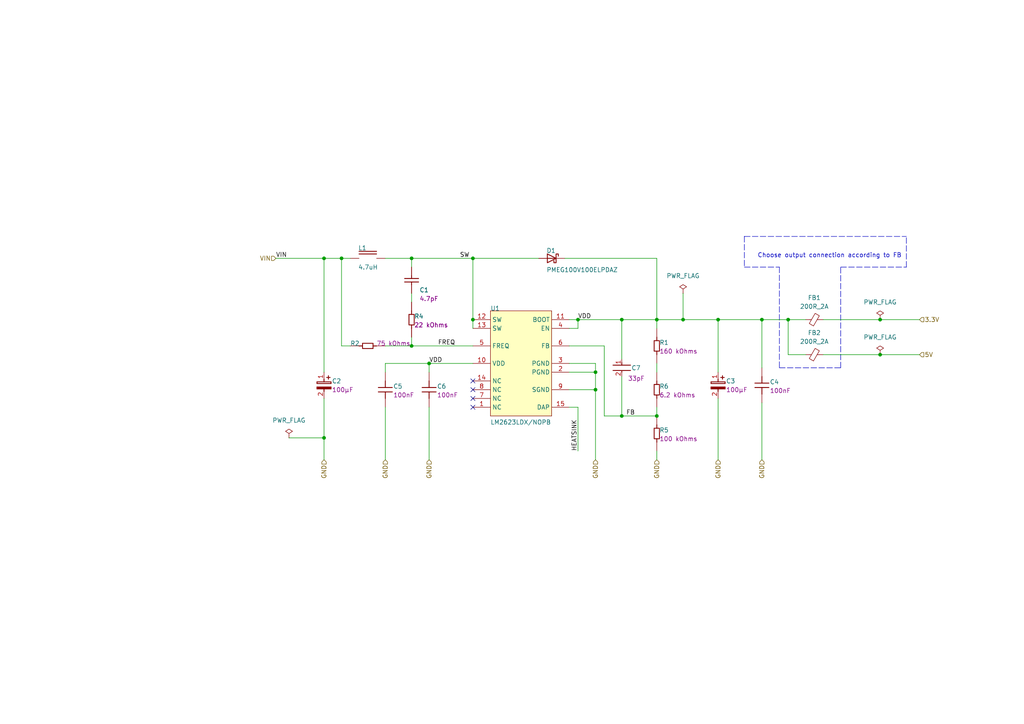
<source format=kicad_sch>
(kicad_sch (version 20211123) (generator eeschema)

  (uuid 1895faed-13c7-4877-930c-ef39a1d7419c)

  (paper "A4")

  (lib_symbols
    (symbol "Device:FerriteBead_Small" (pin_numbers hide) (pin_names (offset 0)) (in_bom yes) (on_board yes)
      (property "Reference" "FB" (id 0) (at 1.905 1.27 0)
        (effects (font (size 1.27 1.27)) (justify left))
      )
      (property "Value" "FerriteBead_Small" (id 1) (at 1.905 -1.27 0)
        (effects (font (size 1.27 1.27)) (justify left))
      )
      (property "Footprint" "" (id 2) (at -1.778 0 90)
        (effects (font (size 1.27 1.27)) hide)
      )
      (property "Datasheet" "~" (id 3) (at 0 0 0)
        (effects (font (size 1.27 1.27)) hide)
      )
      (property "ki_keywords" "L ferrite bead inductor filter" (id 4) (at 0 0 0)
        (effects (font (size 1.27 1.27)) hide)
      )
      (property "ki_description" "Ferrite bead, small symbol" (id 5) (at 0 0 0)
        (effects (font (size 1.27 1.27)) hide)
      )
      (property "ki_fp_filters" "Inductor_* L_* *Ferrite*" (id 6) (at 0 0 0)
        (effects (font (size 1.27 1.27)) hide)
      )
      (symbol "FerriteBead_Small_0_1"
        (polyline
          (pts
            (xy 0 -1.27)
            (xy 0 -0.7874)
          )
          (stroke (width 0) (type default) (color 0 0 0 0))
          (fill (type none))
        )
        (polyline
          (pts
            (xy 0 0.889)
            (xy 0 1.2954)
          )
          (stroke (width 0) (type default) (color 0 0 0 0))
          (fill (type none))
        )
        (polyline
          (pts
            (xy -1.8288 0.2794)
            (xy -1.1176 1.4986)
            (xy 1.8288 -0.2032)
            (xy 1.1176 -1.4224)
            (xy -1.8288 0.2794)
          )
          (stroke (width 0) (type default) (color 0 0 0 0))
          (fill (type none))
        )
      )
      (symbol "FerriteBead_Small_1_1"
        (pin passive line (at 0 2.54 270) (length 1.27)
          (name "~" (effects (font (size 1.27 1.27))))
          (number "1" (effects (font (size 1.27 1.27))))
        )
        (pin passive line (at 0 -2.54 90) (length 1.27)
          (name "~" (effects (font (size 1.27 1.27))))
          (number "2" (effects (font (size 1.27 1.27))))
        )
      )
    )
    (symbol "power:PWR_FLAG" (power) (pin_numbers hide) (pin_names (offset 0) hide) (in_bom yes) (on_board yes)
      (property "Reference" "#FLG" (id 0) (at 0 1.905 0)
        (effects (font (size 1.27 1.27)) hide)
      )
      (property "Value" "PWR_FLAG" (id 1) (at 0 3.81 0)
        (effects (font (size 1.27 1.27)))
      )
      (property "Footprint" "" (id 2) (at 0 0 0)
        (effects (font (size 1.27 1.27)) hide)
      )
      (property "Datasheet" "~" (id 3) (at 0 0 0)
        (effects (font (size 1.27 1.27)) hide)
      )
      (property "ki_keywords" "power-flag" (id 4) (at 0 0 0)
        (effects (font (size 1.27 1.27)) hide)
      )
      (property "ki_description" "Special symbol for telling ERC where power comes from" (id 5) (at 0 0 0)
        (effects (font (size 1.27 1.27)) hide)
      )
      (symbol "PWR_FLAG_0_0"
        (pin power_out line (at 0 0 90) (length 0)
          (name "pwr" (effects (font (size 1.27 1.27))))
          (number "1" (effects (font (size 1.27 1.27))))
        )
      )
      (symbol "PWR_FLAG_0_1"
        (polyline
          (pts
            (xy 0 0)
            (xy 0 1.27)
            (xy -1.016 1.905)
            (xy 0 2.54)
            (xy 1.016 1.905)
            (xy 0 1.27)
          )
          (stroke (width 0) (type default) (color 0 0 0 0))
          (fill (type none))
        )
      )
    )
    (symbol "step-up_2cell:0_Inductor" (in_bom yes) (on_board yes)
      (property "Reference" "" (id 0) (at 0 0 0)
        (effects (font (size 1.27 1.27)))
      )
      (property "Value" "0_Inductor" (id 1) (at 0 0 0)
        (effects (font (size 1.27 1.27)))
      )
      (property "Footprint" "" (id 2) (at 0 0 0)
        (effects (font (size 1.27 1.27)) hide)
      )
      (property "Datasheet" "" (id 3) (at 0 0 0)
        (effects (font (size 1.27 1.27)) hide)
      )
      (property "ki_description" "FIXED IND 4.7UH 4.6A 24.5MOHM SM" (id 4) (at 0 0 0)
        (effects (font (size 1.27 1.27)) hide)
      )
      (property "ki_fp_filters" "WURTH{space}5040" (id 5) (at 0 0 0)
        (effects (font (size 1.27 1.27)) hide)
      )
      (symbol "0_Inductor_1_0"
        (polyline
          (pts
            (xy 2.54 1.27)
            (xy -2.54 1.27)
          )
          (stroke (width 0.254) (type default) (color 0 0 0 0))
          (fill (type none))
        )
        (polyline
          (pts
            (xy 2.54 2.032)
            (xy -2.54 2.032)
          )
          (stroke (width 0.254) (type default) (color 0 0 0 0))
          (fill (type none))
        )
        (pin passive line (at -5.08 0 0) (length 2.54)
          (name "1" (effects (font (size 0 0))))
          (number "1" (effects (font (size 0 0))))
        )
        (pin passive line (at 5.08 0 180) (length 2.54)
          (name "2" (effects (font (size 0 0))))
          (number "2" (effects (font (size 0 0))))
        )
      )
    )
    (symbol "step-up_2cell:0_PM-DCDC-LM2623LD-15" (in_bom yes) (on_board yes)
      (property "Reference" "" (id 0) (at 0 0 0)
        (effects (font (size 1.27 1.27)))
      )
      (property "Value" "0_PM-DCDC-LM2623LD-15" (id 1) (at 0 0 0)
        (effects (font (size 1.27 1.27)))
      )
      (property "Footprint" "" (id 2) (at 0 0 0)
        (effects (font (size 1.27 1.27)) hide)
      )
      (property "Datasheet" "" (id 3) (at 0 0 0)
        (effects (font (size 1.27 1.27)) hide)
      )
      (property "ki_description" "General Purpose, Gated Oscillator Based, DC/DC Boost Converter, 14-pin LLP, Pb-Free" (id 4) (at 0 0 0)
        (effects (font (size 1.27 1.27)) hide)
      )
      (property "ki_fp_filters" "NHE0014A_V" (id 5) (at 0 0 0)
        (effects (font (size 1.27 1.27)) hide)
      )
      (symbol "0_PM-DCDC-LM2623LD-15_1_0"
        (rectangle (start 17.78 0) (end 0 -30.48)
          (stroke (width 0) (type default) (color 0 0 0 0))
          (fill (type background))
        )
        (pin passive line (at -5.08 -27.94 0) (length 5.08)
          (name "NC" (effects (font (size 1.27 1.27))))
          (number "1" (effects (font (size 1.27 1.27))))
        )
        (pin power_in line (at -5.08 -15.24 0) (length 5.08)
          (name "VDD" (effects (font (size 1.27 1.27))))
          (number "10" (effects (font (size 1.27 1.27))))
        )
        (pin passive line (at 22.86 -2.54 180) (length 5.08)
          (name "BOOT" (effects (font (size 1.27 1.27))))
          (number "11" (effects (font (size 1.27 1.27))))
        )
        (pin open_collector line (at -5.08 -2.54 0) (length 5.08)
          (name "SW" (effects (font (size 1.27 1.27))))
          (number "12" (effects (font (size 1.27 1.27))))
        )
        (pin open_collector line (at -5.08 -5.08 0) (length 5.08)
          (name "SW" (effects (font (size 1.27 1.27))))
          (number "13" (effects (font (size 1.27 1.27))))
        )
        (pin passive line (at -5.08 -20.32 0) (length 5.08)
          (name "NC" (effects (font (size 1.27 1.27))))
          (number "14" (effects (font (size 1.27 1.27))))
        )
        (pin power_in line (at 22.86 -27.94 180) (length 5.08)
          (name "DAP" (effects (font (size 1.27 1.27))))
          (number "15" (effects (font (size 1.27 1.27))))
        )
        (pin power_in line (at 22.86 -17.78 180) (length 5.08)
          (name "PGND" (effects (font (size 1.27 1.27))))
          (number "2" (effects (font (size 1.27 1.27))))
        )
        (pin power_in line (at 22.86 -15.24 180) (length 5.08)
          (name "PGND" (effects (font (size 1.27 1.27))))
          (number "3" (effects (font (size 1.27 1.27))))
        )
        (pin input line (at 22.86 -5.08 180) (length 5.08)
          (name "EN" (effects (font (size 1.27 1.27))))
          (number "4" (effects (font (size 1.27 1.27))))
        )
        (pin input line (at -5.08 -10.16 0) (length 5.08)
          (name "FREQ" (effects (font (size 1.27 1.27))))
          (number "5" (effects (font (size 1.27 1.27))))
        )
        (pin input line (at 22.86 -10.16 180) (length 5.08)
          (name "FB" (effects (font (size 1.27 1.27))))
          (number "6" (effects (font (size 1.27 1.27))))
        )
        (pin passive line (at -5.08 -25.4 0) (length 5.08)
          (name "NC" (effects (font (size 1.27 1.27))))
          (number "7" (effects (font (size 1.27 1.27))))
        )
        (pin passive line (at -5.08 -22.86 0) (length 5.08)
          (name "NC" (effects (font (size 1.27 1.27))))
          (number "8" (effects (font (size 1.27 1.27))))
        )
        (pin power_in line (at 22.86 -22.86 180) (length 5.08)
          (name "SGND" (effects (font (size 1.27 1.27))))
          (number "9" (effects (font (size 1.27 1.27))))
        )
      )
    )
    (symbol "step-up_2cell:0_Resistor" (in_bom yes) (on_board yes)
      (property "Reference" "" (id 0) (at 0 0 0)
        (effects (font (size 1.27 1.27)))
      )
      (property "Value" "0_Resistor" (id 1) (at 0 0 0)
        (effects (font (size 1.27 1.27)))
      )
      (property "Footprint" "" (id 2) (at 0 0 0)
        (effects (font (size 1.27 1.27)) hide)
      )
      (property "Datasheet" "" (id 3) (at 0 0 0)
        (effects (font (size 1.27 1.27)) hide)
      )
      (property "ki_description" "RES SMD 75K OHM 1% 1/16W 0402" (id 4) (at 0 0 0)
        (effects (font (size 1.27 1.27)) hide)
      )
      (property "ki_fp_filters" "RES{space}0402_1005" (id 5) (at 0 0 0)
        (effects (font (size 1.27 1.27)) hide)
      )
      (symbol "0_Resistor_1_0"
        (polyline
          (pts
            (xy -2.54 0)
            (xy -1.524 0)
          )
          (stroke (width 0.254) (type default) (color 0 0 0 0))
          (fill (type none))
        )
        (polyline
          (pts
            (xy 2.54 0)
            (xy 1.524 0)
          )
          (stroke (width 0.254) (type default) (color 0 0 0 0))
          (fill (type none))
        )
        (rectangle (start 1.524 0.762) (end -1.524 -0.762)
          (stroke (width 0.254) (type default) (color 0 0 0 0))
          (fill (type none))
        )
        (pin passive line (at -5.08 0 0) (length 2.54)
          (name "1" (effects (font (size 0 0))))
          (number "1" (effects (font (size 0 0))))
        )
        (pin passive line (at 5.08 0 180) (length 2.54)
          (name "2" (effects (font (size 0 0))))
          (number "2" (effects (font (size 0 0))))
        )
      )
    )
    (symbol "step-up_2cell:0_b4654b650e69147ec39a6b967a45e02" (in_bom yes) (on_board yes)
      (property "Reference" "" (id 0) (at 0 0 0)
        (effects (font (size 1.27 1.27)))
      )
      (property "Value" "0_b4654b650e69147ec39a6b967a45e02" (id 1) (at 0 0 0)
        (effects (font (size 1.27 1.27)))
      )
      (property "Footprint" "" (id 2) (at 0 0 0)
        (effects (font (size 1.27 1.27)) hide)
      )
      (property "Datasheet" "" (id 3) (at 0 0 0)
        (effects (font (size 1.27 1.27)) hide)
      )
      (property "ki_description" "CAP CER 33PF 50V C0G/NPO 0603" (id 4) (at 0 0 0)
        (effects (font (size 1.27 1.27)) hide)
      )
      (property "ki_fp_filters" "FP-CC0603-0_9-IPC_C" (id 5) (at 0 0 0)
        (effects (font (size 1.27 1.27)) hide)
      )
      (symbol "0_b4654b650e69147ec39a6b967a45e02_1_0"
        (polyline
          (pts
            (xy 0 -3.556)
            (xy 0 -3.81)
          )
          (stroke (width 0.254) (type default) (color 0 0 0 0))
          (fill (type none))
        )
        (polyline
          (pts
            (xy 0 -1.778)
            (xy 0 -1.016)
          )
          (stroke (width 0.254) (type default) (color 0 0 0 0))
          (fill (type none))
        )
        (polyline
          (pts
            (xy 2.54 -3.302)
            (xy -2.54 -3.302)
          )
          (stroke (width 0.254) (type default) (color 0 0 0 0))
          (fill (type none))
        )
        (polyline
          (pts
            (xy 2.54 -1.778)
            (xy -2.54 -1.778)
          )
          (stroke (width 0.254) (type default) (color 0 0 0 0))
          (fill (type none))
        )
        (pin passive line (at 0 0 270) (length 1.778)
          (name "1" (effects (font (size 0 0))))
          (number "1" (effects (font (size 1.27 1.27))))
        )
        (pin passive line (at 0 -5.08 90) (length 1.524)
          (name "2" (effects (font (size 0 0))))
          (number "2" (effects (font (size 1.27 1.27))))
        )
      )
    )
    (symbol "step-up_2cell:0_mirrored_PMEG100V100ELPD" (in_bom yes) (on_board yes)
      (property "Reference" "" (id 0) (at 0 0 0)
        (effects (font (size 1.27 1.27)))
      )
      (property "Value" "0_mirrored_PMEG100V100ELPD" (id 1) (at 0 0 0)
        (effects (font (size 1.27 1.27)))
      )
      (property "Footprint" "" (id 2) (at 0 0 0)
        (effects (font (size 1.27 1.27)) hide)
      )
      (property "Datasheet" "" (id 3) (at 0 0 0)
        (effects (font (size 1.27 1.27)) hide)
      )
      (property "ki_description" "Rectifier Diode, Schottky, 1 Phase, 1 Element, 100V V(RRM), Silicon" (id 4) (at 0 0 0)
        (effects (font (size 1.27 1.27)) hide)
      )
      (property "ki_fp_filters" "PMEG100V100ELPDAZ-Footprint-1" (id 5) (at 0 0 0)
        (effects (font (size 1.27 1.27)) hide)
      )
      (symbol "0_mirrored_PMEG100V100ELPD_1_0"
        (polyline
          (pts
            (xy -2.54 0)
            (xy 0 0)
          )
          (stroke (width 0.254) (type default) (color 0 0 0 0))
          (fill (type none))
        )
        (polyline
          (pts
            (xy -2.54 1.27)
            (xy -2.54 -1.27)
            (xy 0 0)
            (xy -2.54 1.27)
          )
          (stroke (width 0.254) (type default) (color 0 0 0 0))
          (fill (type none))
        )
        (polyline
          (pts
            (xy 0.635 0.635)
            (xy 0.635 1.27)
            (xy 0 1.27)
            (xy 0 -1.27)
            (xy -0.635 -1.27)
            (xy -0.635 -0.635)
          )
          (stroke (width 0.254) (type default) (color 0 0 0 0))
          (fill (type none))
        )
        (pin passive line (at -5.08 0 0) (length 2.54)
          (name "A" (effects (font (size 0 0))))
          (number "1" (effects (font (size 0 0))))
        )
        (pin passive line (at -5.08 0 0) (length 2.54)
          (name "A" (effects (font (size 0 0))))
          (number "2" (effects (font (size 0 0))))
        )
        (pin passive line (at 2.54 0 180) (length 2.54)
          (name "K" (effects (font (size 0 0))))
          (number "3" (effects (font (size 0 0))))
        )
      )
    )
    (symbol "step-up_2cell:1_CAP-NP-2" (in_bom yes) (on_board yes)
      (property "Reference" "" (id 0) (at 0 0 0)
        (effects (font (size 1.27 1.27)))
      )
      (property "Value" "1_CAP-NP-2" (id 1) (at 0 0 0)
        (effects (font (size 1.27 1.27)))
      )
      (property "Footprint" "" (id 2) (at 0 0 0)
        (effects (font (size 1.27 1.27)) hide)
      )
      (property "Datasheet" "" (id 3) (at 0 0 0)
        (effects (font (size 1.27 1.27)) hide)
      )
      (property "ki_description" "Ceramic Capacitor, Multilayer, Ceramic, 50V, 5.32% +Tol, 5.32% -Tol, C0G, 30ppm/Cel TC, 0.0000047uF, Surface Mount, 0402" (id 4) (at 0 0 0)
        (effects (font (size 1.27 1.27)) hide)
      )
      (property "ki_fp_filters" "FP-C0402-BB-MFG" (id 5) (at 0 0 0)
        (effects (font (size 1.27 1.27)) hide)
      )
      (symbol "1_CAP-NP-2_1_0"
        (polyline
          (pts
            (xy -2.032 4.318)
            (xy 2.032 4.318)
          )
          (stroke (width 0.254) (type default) (color 0 0 0 0))
          (fill (type none))
        )
        (polyline
          (pts
            (xy 0 2.54)
            (xy 0 3.302)
          )
          (stroke (width 0.254) (type default) (color 0 0 0 0))
          (fill (type none))
        )
        (polyline
          (pts
            (xy 0 5.08)
            (xy 0 4.318)
          )
          (stroke (width 0.254) (type default) (color 0 0 0 0))
          (fill (type none))
        )
        (polyline
          (pts
            (xy 2.032 3.302)
            (xy -2.032 3.302)
          )
          (stroke (width 0.254) (type default) (color 0 0 0 0))
          (fill (type none))
        )
        (pin passive line (at 0 0 90) (length 2.54)
          (name "1" (effects (font (size 0 0))))
          (number "1" (effects (font (size 0 0))))
        )
        (pin passive line (at 0 7.62 270) (length 2.54)
          (name "2" (effects (font (size 0 0))))
          (number "2" (effects (font (size 0 0))))
        )
      )
    )
    (symbol "step-up_2cell:1_Capacitor" (in_bom yes) (on_board yes)
      (property "Reference" "" (id 0) (at 0 0 0)
        (effects (font (size 1.27 1.27)))
      )
      (property "Value" "1_Capacitor" (id 1) (at 0 0 0)
        (effects (font (size 1.27 1.27)))
      )
      (property "Footprint" "" (id 2) (at 0 0 0)
        (effects (font (size 1.27 1.27)) hide)
      )
      (property "Datasheet" "" (id 3) (at 0 0 0)
        (effects (font (size 1.27 1.27)) hide)
      )
      (property "ki_description" "CAP CER 0.1UF 16V X7R 0402" (id 4) (at 0 0 0)
        (effects (font (size 1.27 1.27)) hide)
      )
      (property "ki_fp_filters" "CAP{space}0402_1005" (id 5) (at 0 0 0)
        (effects (font (size 1.27 1.27)) hide)
      )
      (symbol "1_Capacitor_1_0"
        (polyline
          (pts
            (xy -2.032 -0.635)
            (xy 2.032 -0.635)
          )
          (stroke (width 0.254) (type default) (color 0 0 0 0))
          (fill (type none))
        )
        (polyline
          (pts
            (xy -2.032 0.635)
            (xy 2.032 0.635)
          )
          (stroke (width 0.254) (type default) (color 0 0 0 0))
          (fill (type none))
        )
        (polyline
          (pts
            (xy 0 -2.54)
            (xy 0 -0.635)
          )
          (stroke (width 0.254) (type default) (color 0 0 0 0))
          (fill (type none))
        )
        (polyline
          (pts
            (xy 0 2.54)
            (xy 0 0.635)
          )
          (stroke (width 0.254) (type default) (color 0 0 0 0))
          (fill (type none))
        )
        (pin passive line (at 0 -5.08 90) (length 2.54)
          (name "1" (effects (font (size 0 0))))
          (number "1" (effects (font (size 0 0))))
        )
        (pin passive line (at 0 5.08 270) (length 2.54)
          (name "2" (effects (font (size 0 0))))
          (number "2" (effects (font (size 0 0))))
        )
      )
    )
    (symbol "step-up_2cell:1_Resistor" (in_bom yes) (on_board yes)
      (property "Reference" "" (id 0) (at 0 0 0)
        (effects (font (size 1.27 1.27)))
      )
      (property "Value" "1_Resistor" (id 1) (at 0 0 0)
        (effects (font (size 1.27 1.27)))
      )
      (property "Footprint" "" (id 2) (at 0 0 0)
        (effects (font (size 1.27 1.27)) hide)
      )
      (property "Datasheet" "" (id 3) (at 0 0 0)
        (effects (font (size 1.27 1.27)) hide)
      )
      (property "ki_description" "RES 6.2K OHM 1% 1/10W 0402" (id 4) (at 0 0 0)
        (effects (font (size 1.27 1.27)) hide)
      )
      (property "ki_fp_filters" "RES{space}0402_1005" (id 5) (at 0 0 0)
        (effects (font (size 1.27 1.27)) hide)
      )
      (symbol "1_Resistor_1_0"
        (polyline
          (pts
            (xy 0 -2.54)
            (xy 0 -1.524)
          )
          (stroke (width 0.254) (type default) (color 0 0 0 0))
          (fill (type none))
        )
        (polyline
          (pts
            (xy 0 2.54)
            (xy 0 1.524)
          )
          (stroke (width 0.254) (type default) (color 0 0 0 0))
          (fill (type none))
        )
        (rectangle (start 0.762 1.524) (end -0.762 -1.524)
          (stroke (width 0.254) (type default) (color 0 0 0 0))
          (fill (type none))
        )
        (pin passive line (at 0 -5.08 90) (length 2.54)
          (name "1" (effects (font (size 0 0))))
          (number "1" (effects (font (size 0 0))))
        )
        (pin passive line (at 0 5.08 270) (length 2.54)
          (name "2" (effects (font (size 0 0))))
          (number "2" (effects (font (size 0 0))))
        )
      )
    )
    (symbol "step-up_2cell:3_T495X477K010ATE100" (in_bom yes) (on_board yes)
      (property "Reference" "" (id 0) (at 0 0 0)
        (effects (font (size 1.27 1.27)))
      )
      (property "Value" "3_T495X477K010ATE100" (id 1) (at 0 0 0)
        (effects (font (size 1.27 1.27)))
      )
      (property "Footprint" "" (id 2) (at 0 0 0)
        (effects (font (size 1.27 1.27)) hide)
      )
      (property "Datasheet" "" (id 3) (at 0 0 0)
        (effects (font (size 1.27 1.27)) hide)
      )
      (property "ki_description" "Tantalum Capacitor, Polarized, Tantalum (dry/solid), 16V, 10% +Tol, 10% -Tol, 100uF, Surface Mount, 2917" (id 4) (at 0 0 0)
        (effects (font (size 1.27 1.27)) hide)
      )
      (property "ki_fp_filters" "CAPMP7344X43-T_V" (id 5) (at 0 0 0)
        (effects (font (size 1.27 1.27)) hide)
      )
      (symbol "3_T495X477K010ATE100_1_0"
        (polyline
          (pts
            (xy -2.032 -4.318)
            (xy -2.032 -4.826)
          )
          (stroke (width 0.254) (type default) (color 0 0 0 0))
          (fill (type none))
        )
        (polyline
          (pts
            (xy -2.032 -3.302)
            (xy 2.032 -3.302)
          )
          (stroke (width 0.254) (type default) (color 0 0 0 0))
          (fill (type none))
        )
        (polyline
          (pts
            (xy -2.032 -2.794)
            (xy -2.032 -3.302)
          )
          (stroke (width 0.254) (type default) (color 0 0 0 0))
          (fill (type none))
        )
        (polyline
          (pts
            (xy 0 -5.588)
            (xy 0 -4.826)
          )
          (stroke (width 0.254) (type default) (color 0 0 0 0))
          (fill (type none))
        )
        (polyline
          (pts
            (xy 0 -2.794)
            (xy 0 -2.032)
          )
          (stroke (width 0.254) (type default) (color 0 0 0 0))
          (fill (type none))
        )
        (polyline
          (pts
            (xy 1.27 -1.016)
            (xy 1.27 -2.032)
          )
          (stroke (width 0.254) (type default) (color 0 0 0 0))
          (fill (type none))
        )
        (polyline
          (pts
            (xy 1.778 -1.524)
            (xy 0.762 -1.524)
          )
          (stroke (width 0.254) (type default) (color 0 0 0 0))
          (fill (type none))
        )
        (polyline
          (pts
            (xy 2.032 -4.826)
            (xy -2.032 -4.826)
          )
          (stroke (width 0.254) (type default) (color 0 0 0 0))
          (fill (type none))
        )
        (polyline
          (pts
            (xy 2.032 -4.318)
            (xy -2.032 -4.318)
          )
          (stroke (width 0.254) (type default) (color 0 0 0 0))
          (fill (type none))
        )
        (polyline
          (pts
            (xy 2.032 -4.318)
            (xy 2.032 -4.826)
          )
          (stroke (width 0.254) (type default) (color 0 0 0 0))
          (fill (type none))
        )
        (polyline
          (pts
            (xy 2.032 -2.794)
            (xy -2.032 -2.794)
          )
          (stroke (width 0.254) (type default) (color 0 0 0 0))
          (fill (type none))
        )
        (polyline
          (pts
            (xy 2.032 -2.794)
            (xy 2.032 -3.302)
          )
          (stroke (width 0.254) (type default) (color 0 0 0 0))
          (fill (type none))
        )
        (rectangle (start 2.032 -4.318) (end -2.032 -4.826)
          (stroke (width 0) (type default) (color 0 0 0 0))
          (fill (type outline))
        )
        (pin passive line (at 0 0 270) (length 2.54)
          (name "1" (effects (font (size 0 0))))
          (number "1" (effects (font (size 1.27 1.27))))
        )
        (pin passive line (at 0 -7.62 90) (length 2.54)
          (name "2" (effects (font (size 0 0))))
          (number "2" (effects (font (size 1.27 1.27))))
        )
      )
    )
  )

  (junction (at 255.27 102.87) (diameter 0) (color 0 0 0 0)
    (uuid 0218a28a-4292-40d7-835b-5fd521c709a9)
  )
  (junction (at 167.64 92.71) (diameter 0) (color 0 0 0 0)
    (uuid 111c2bf6-9865-4ea4-a9f9-1702355a872d)
  )
  (junction (at 172.72 113.03) (diameter 0) (color 0 0 0 0)
    (uuid 17c7b03d-e4b9-4587-b2ce-0ee7a9d30575)
  )
  (junction (at 119.38 74.93) (diameter 0) (color 0 0 0 0)
    (uuid 3223d5c1-12ae-4383-9a3d-a77618f00732)
  )
  (junction (at 255.27 92.71) (diameter 0) (color 0 0 0 0)
    (uuid 3b590309-5fe1-4291-909f-e2a2201fcdae)
  )
  (junction (at 172.72 107.95) (diameter 0) (color 0 0 0 0)
    (uuid 49956dd5-35c0-4b9f-8b2a-6f2b8918bd8c)
  )
  (junction (at 228.6 92.71) (diameter 0) (color 0 0 0 0)
    (uuid 49e77ffc-1268-405d-9729-7689075075e5)
  )
  (junction (at 93.98 127) (diameter 0) (color 0 0 0 0)
    (uuid 4a8c099c-07ef-47db-b188-6f8b7978d1d4)
  )
  (junction (at 208.28 92.71) (diameter 0) (color 0 0 0 0)
    (uuid 584c482d-1251-462e-825c-3a0578bafc6d)
  )
  (junction (at 180.34 120.65) (diameter 0) (color 0 0 0 0)
    (uuid 794e55a0-75fe-436a-8b64-c2f248c65f18)
  )
  (junction (at 180.34 92.71) (diameter 0) (color 0 0 0 0)
    (uuid 7cc91655-208f-4c40-986f-00fd054b4b29)
  )
  (junction (at 220.98 92.71) (diameter 0) (color 0 0 0 0)
    (uuid 8dc0cb95-6a64-4146-a98b-201faa29efcd)
  )
  (junction (at 119.38 100.33) (diameter 0) (color 0 0 0 0)
    (uuid 99e5628a-8c61-4f9d-aa6e-5b585271b505)
  )
  (junction (at 190.5 120.65) (diameter 0) (color 0 0 0 0)
    (uuid a4813917-c395-4e03-b658-4133a12249cd)
  )
  (junction (at 93.98 74.93) (diameter 0) (color 0 0 0 0)
    (uuid b5a26653-4e77-4514-a8f1-63ca7c4f9ab9)
  )
  (junction (at 124.46 105.41) (diameter 0) (color 0 0 0 0)
    (uuid b9e0ba15-f372-4a9e-a627-d594778258ac)
  )
  (junction (at 198.12 92.71) (diameter 0) (color 0 0 0 0)
    (uuid d246f150-9fe8-4b10-a109-d371e51b71c3)
  )
  (junction (at 99.06 74.93) (diameter 0) (color 0 0 0 0)
    (uuid dcbc5a2e-2561-4663-8736-09acc9fe0209)
  )
  (junction (at 137.16 74.93) (diameter 0) (color 0 0 0 0)
    (uuid dff28682-682a-4b0a-b26e-2014cb392df5)
  )
  (junction (at 137.16 92.71) (diameter 0) (color 0 0 0 0)
    (uuid e2d57c80-00fb-4077-9c97-5541d2825a6b)
  )
  (junction (at 190.5 92.71) (diameter 0) (color 0 0 0 0)
    (uuid f66b82ab-c203-4cb4-84ea-abcb2cd50a9c)
  )

  (no_connect (at 137.16 115.57) (uuid 2e4a6d1a-b585-4ad5-95d8-aff8c32bcfec))
  (no_connect (at 137.16 113.03) (uuid 74bbc32f-8eb0-4d3c-9612-5a45a4c49fbd))
  (no_connect (at 137.16 118.11) (uuid d633a4de-1388-46e7-ac55-24bd558a0816))
  (no_connect (at 137.16 110.49) (uuid de044b0e-b1ea-4e31-a233-e607dfa30726))

  (polyline (pts (xy 243.84 77.47) (xy 262.89 77.47))
    (stroke (width 0) (type default) (color 0 0 0 0))
    (uuid 03c5580a-abb7-49a0-a2a3-9999c804bb05)
  )
  (polyline (pts (xy 215.9 77.47) (xy 226.06 77.47))
    (stroke (width 0) (type default) (color 0 0 0 0))
    (uuid 05fb7594-a475-43b8-98fe-09819f5d6c92)
  )

  (wire (pts (xy 233.68 102.87) (xy 228.6 102.87))
    (stroke (width 0) (type default) (color 0 0 0 0))
    (uuid 141f5a37-e500-4370-a091-8a1d7c65330e)
  )
  (wire (pts (xy 165.1 92.71) (xy 167.64 92.71))
    (stroke (width 0) (type default) (color 0 0 0 0))
    (uuid 15328724-62c0-4c64-8165-7ba7fa235831)
  )
  (wire (pts (xy 220.98 92.71) (xy 228.6 92.71))
    (stroke (width 0) (type default) (color 0 0 0 0))
    (uuid 18b61e14-f0cb-4bda-9e7e-35086cd0bce5)
  )
  (wire (pts (xy 165.1 113.03) (xy 172.72 113.03))
    (stroke (width 0) (type default) (color 0 0 0 0))
    (uuid 21491966-3c4c-414a-8ddc-0c7176ddff87)
  )
  (polyline (pts (xy 243.84 106.68) (xy 243.84 77.47))
    (stroke (width 0) (type default) (color 0 0 0 0))
    (uuid 21528c23-d32a-4155-93b4-9340f539f9ac)
  )

  (wire (pts (xy 220.98 92.71) (xy 220.98 106.68))
    (stroke (width 0) (type default) (color 0 0 0 0))
    (uuid 2330617f-82c2-43f9-8a7c-826ddfdbb89f)
  )
  (wire (pts (xy 137.16 95.25) (xy 137.16 92.71))
    (stroke (width 0) (type default) (color 0 0 0 0))
    (uuid 2361ed9d-44ac-40c1-ab71-db1419d4ef87)
  )
  (wire (pts (xy 198.12 92.71) (xy 208.28 92.71))
    (stroke (width 0) (type default) (color 0 0 0 0))
    (uuid 2fd9df31-1712-4190-8f09-4fd908fe49e0)
  )
  (wire (pts (xy 93.98 127) (xy 93.98 133.35))
    (stroke (width 0) (type default) (color 0 0 0 0))
    (uuid 31ae1ddb-55f8-4875-b94d-87a4d0c86414)
  )
  (wire (pts (xy 93.98 74.93) (xy 99.06 74.93))
    (stroke (width 0) (type default) (color 0 0 0 0))
    (uuid 3491c78b-620e-46ca-a1c1-053b49774cc7)
  )
  (wire (pts (xy 190.5 107.95) (xy 190.5 105.41))
    (stroke (width 0) (type default) (color 0 0 0 0))
    (uuid 34e4c084-25ed-4154-b584-44597cd86748)
  )
  (wire (pts (xy 165.1 107.95) (xy 172.72 107.95))
    (stroke (width 0) (type default) (color 0 0 0 0))
    (uuid 363809f4-b895-434e-8ee8-f8b8fb35d4fe)
  )
  (wire (pts (xy 228.6 92.71) (xy 233.68 92.71))
    (stroke (width 0) (type default) (color 0 0 0 0))
    (uuid 371b3a95-6189-4903-8bc0-2e4b26e30b6a)
  )
  (wire (pts (xy 172.72 113.03) (xy 172.72 133.35))
    (stroke (width 0) (type default) (color 0 0 0 0))
    (uuid 37e843e9-2538-4a91-9a9b-f536fa0a9e84)
  )
  (wire (pts (xy 180.34 109.22) (xy 180.34 120.65))
    (stroke (width 0) (type default) (color 0 0 0 0))
    (uuid 381ea437-8589-413a-8d00-c27a465a3773)
  )
  (wire (pts (xy 190.5 92.71) (xy 198.12 92.71))
    (stroke (width 0) (type default) (color 0 0 0 0))
    (uuid 3f4ca593-2b3f-4c1d-83fb-6afbc1dc83bd)
  )
  (wire (pts (xy 165.1 105.41) (xy 172.72 105.41))
    (stroke (width 0) (type default) (color 0 0 0 0))
    (uuid 4159a1b3-645b-4fcf-a72d-9242b2067a63)
  )
  (wire (pts (xy 165.1 95.25) (xy 167.64 95.25))
    (stroke (width 0) (type default) (color 0 0 0 0))
    (uuid 446c08d7-8986-4d18-8f0f-30d613706dfc)
  )
  (wire (pts (xy 119.38 87.63) (xy 119.38 85.09))
    (stroke (width 0) (type default) (color 0 0 0 0))
    (uuid 4969850b-ae26-4ccb-823e-8fd7d1c082fe)
  )
  (wire (pts (xy 80.01 74.93) (xy 93.98 74.93))
    (stroke (width 0) (type default) (color 0 0 0 0))
    (uuid 4ed19592-a5c4-4f6f-8e35-67fef4315ee4)
  )
  (wire (pts (xy 208.28 92.71) (xy 220.98 92.71))
    (stroke (width 0) (type default) (color 0 0 0 0))
    (uuid 4ed25a91-62bc-460f-b416-f09c2b72ae30)
  )
  (wire (pts (xy 198.12 85.09) (xy 198.12 92.71))
    (stroke (width 0) (type default) (color 0 0 0 0))
    (uuid 50037963-13e4-49a4-9646-7f88fd03eacd)
  )
  (wire (pts (xy 111.76 105.41) (xy 124.46 105.41))
    (stroke (width 0) (type default) (color 0 0 0 0))
    (uuid 58a22765-7f2e-4f66-9ea8-f56fcca75dda)
  )
  (wire (pts (xy 99.06 74.93) (xy 101.6 74.93))
    (stroke (width 0) (type default) (color 0 0 0 0))
    (uuid 5baacfaf-4f9b-484a-b0ad-900c2c96f940)
  )
  (wire (pts (xy 175.26 120.65) (xy 180.34 120.65))
    (stroke (width 0) (type default) (color 0 0 0 0))
    (uuid 5c5b3284-d7e2-4069-8087-eaf4a8346272)
  )
  (polyline (pts (xy 226.06 77.47) (xy 226.06 106.68))
    (stroke (width 0) (type default) (color 0 0 0 0))
    (uuid 61685489-5ea7-487a-ae99-bc860ce7ea40)
  )

  (wire (pts (xy 190.5 133.35) (xy 190.5 130.81))
    (stroke (width 0) (type default) (color 0 0 0 0))
    (uuid 677a1070-c11b-49a9-8186-12e0a3e880b1)
  )
  (polyline (pts (xy 262.89 77.47) (xy 262.89 68.58))
    (stroke (width 0) (type default) (color 0 0 0 0))
    (uuid 69112b1f-ed67-4c57-9cc5-6df1b3421c19)
  )

  (wire (pts (xy 180.34 120.65) (xy 190.5 120.65))
    (stroke (width 0) (type default) (color 0 0 0 0))
    (uuid 6f581e98-caac-4a3a-b0ed-76aab462e56a)
  )
  (wire (pts (xy 137.16 92.71) (xy 137.16 74.93))
    (stroke (width 0) (type default) (color 0 0 0 0))
    (uuid 73892a2a-cb53-43a4-8e7c-751de25d1e29)
  )
  (wire (pts (xy 167.64 118.11) (xy 167.64 130.81))
    (stroke (width 0) (type default) (color 0 0 0 0))
    (uuid 752fa345-d8be-4e99-aad1-e88671f99643)
  )
  (wire (pts (xy 111.76 118.11) (xy 111.76 133.35))
    (stroke (width 0) (type default) (color 0 0 0 0))
    (uuid 771145ed-2e00-4172-ac95-37a36c6a35ce)
  )
  (polyline (pts (xy 215.9 68.58) (xy 215.9 77.47))
    (stroke (width 0) (type default) (color 0 0 0 0))
    (uuid 7873ade7-bc33-4dbe-a466-c25658eb69c9)
  )

  (wire (pts (xy 165.1 118.11) (xy 167.64 118.11))
    (stroke (width 0) (type default) (color 0 0 0 0))
    (uuid 791a5e22-eefd-4c9f-8145-64da9c193893)
  )
  (wire (pts (xy 172.72 105.41) (xy 172.72 107.95))
    (stroke (width 0) (type default) (color 0 0 0 0))
    (uuid 7d6a83ee-b39d-480d-9568-6e909628ec27)
  )
  (wire (pts (xy 119.38 77.47) (xy 119.38 74.93))
    (stroke (width 0) (type default) (color 0 0 0 0))
    (uuid 7e038545-c5a5-4131-a49e-7b5043e7ec34)
  )
  (wire (pts (xy 167.64 92.71) (xy 180.34 92.71))
    (stroke (width 0) (type default) (color 0 0 0 0))
    (uuid 86a6b9b9-3de3-44b4-b763-98233419d240)
  )
  (wire (pts (xy 165.1 100.33) (xy 175.26 100.33))
    (stroke (width 0) (type default) (color 0 0 0 0))
    (uuid 86b1650c-27f6-4516-8b60-2a6a434a183e)
  )
  (wire (pts (xy 119.38 100.33) (xy 119.38 97.79))
    (stroke (width 0) (type default) (color 0 0 0 0))
    (uuid 8b664cd6-f39e-4636-850d-30ba11a608d8)
  )
  (wire (pts (xy 255.27 102.87) (xy 266.7 102.87))
    (stroke (width 0) (type default) (color 0 0 0 0))
    (uuid 8e5ee5cb-c15f-4abd-b8ca-f2a0629c6b65)
  )
  (wire (pts (xy 93.98 115.57) (xy 93.98 127))
    (stroke (width 0) (type default) (color 0 0 0 0))
    (uuid 92ba8945-0271-4dc3-a102-541bc7646045)
  )
  (wire (pts (xy 137.16 105.41) (xy 124.46 105.41))
    (stroke (width 0) (type default) (color 0 0 0 0))
    (uuid 949cc60c-3f6b-4495-915a-ef19f31633cf)
  )
  (wire (pts (xy 137.16 74.93) (xy 119.38 74.93))
    (stroke (width 0) (type default) (color 0 0 0 0))
    (uuid 9cb0289b-897f-4a33-9575-6ead0989832a)
  )
  (wire (pts (xy 93.98 107.95) (xy 93.98 74.93))
    (stroke (width 0) (type default) (color 0 0 0 0))
    (uuid 9f289b4a-cc82-473b-9973-1ab4c36355f8)
  )
  (wire (pts (xy 190.5 92.71) (xy 190.5 74.93))
    (stroke (width 0) (type default) (color 0 0 0 0))
    (uuid a5129eb7-d259-4824-8f60-442feba02c79)
  )
  (wire (pts (xy 238.76 102.87) (xy 255.27 102.87))
    (stroke (width 0) (type default) (color 0 0 0 0))
    (uuid a8925d87-d010-4f6d-847f-d446375a41bb)
  )
  (wire (pts (xy 83.82 127) (xy 93.98 127))
    (stroke (width 0) (type default) (color 0 0 0 0))
    (uuid b2944857-047d-4655-a00b-49e658220448)
  )
  (wire (pts (xy 137.16 100.33) (xy 119.38 100.33))
    (stroke (width 0) (type default) (color 0 0 0 0))
    (uuid b30e6612-e5d5-44fe-802a-8ee7b6f86412)
  )
  (wire (pts (xy 190.5 120.65) (xy 190.5 118.11))
    (stroke (width 0) (type default) (color 0 0 0 0))
    (uuid b8a69dfb-4ff5-4171-8662-f4fd81f9fc4a)
  )
  (wire (pts (xy 180.34 92.71) (xy 180.34 104.14))
    (stroke (width 0) (type default) (color 0 0 0 0))
    (uuid c645efa1-5cf3-4d27-be7a-303fdbabecd8)
  )
  (wire (pts (xy 208.28 115.57) (xy 208.28 133.35))
    (stroke (width 0) (type default) (color 0 0 0 0))
    (uuid c7096859-6a7f-4320-9256-cac6bc1957c6)
  )
  (wire (pts (xy 255.27 92.71) (xy 238.76 92.71))
    (stroke (width 0) (type default) (color 0 0 0 0))
    (uuid c7b506e9-c213-4fdd-a9e0-719ea5f4ece7)
  )
  (wire (pts (xy 124.46 105.41) (xy 124.46 107.95))
    (stroke (width 0) (type default) (color 0 0 0 0))
    (uuid cc016ca4-b9a4-4d80-91ba-91d6e0df5bcc)
  )
  (wire (pts (xy 180.34 92.71) (xy 190.5 92.71))
    (stroke (width 0) (type default) (color 0 0 0 0))
    (uuid ce824579-a256-4757-8547-32bf1db63637)
  )
  (polyline (pts (xy 215.9 68.58) (xy 215.9 68.58))
    (stroke (width 0) (type default) (color 0 0 0 0))
    (uuid cec96f7b-7146-4a59-ab27-99a2879a3b01)
  )

  (wire (pts (xy 167.64 95.25) (xy 167.64 92.71))
    (stroke (width 0) (type default) (color 0 0 0 0))
    (uuid d18dfc73-4f65-499b-85e8-0e65b03fabb2)
  )
  (wire (pts (xy 111.76 107.95) (xy 111.76 105.41))
    (stroke (width 0) (type default) (color 0 0 0 0))
    (uuid d28c26df-aeff-4f6a-a1dc-f734efaf55cb)
  )
  (wire (pts (xy 190.5 92.71) (xy 190.5 95.25))
    (stroke (width 0) (type default) (color 0 0 0 0))
    (uuid d5926ae5-e972-4dcc-8335-d8bd16db6dbc)
  )
  (wire (pts (xy 220.98 116.84) (xy 220.98 133.35))
    (stroke (width 0) (type default) (color 0 0 0 0))
    (uuid d60985c2-8fe2-4a42-b2fc-afc592e720be)
  )
  (wire (pts (xy 99.06 100.33) (xy 101.6 100.33))
    (stroke (width 0) (type default) (color 0 0 0 0))
    (uuid d789eb5c-7750-4e88-bd51-088f1d8d4899)
  )
  (wire (pts (xy 99.06 74.93) (xy 99.06 100.33))
    (stroke (width 0) (type default) (color 0 0 0 0))
    (uuid db3e62ed-d2c4-4262-9844-874282d066c8)
  )
  (wire (pts (xy 175.26 100.33) (xy 175.26 120.65))
    (stroke (width 0) (type default) (color 0 0 0 0))
    (uuid dc50af72-15b3-4fb5-bf25-289e8b8f51f6)
  )
  (wire (pts (xy 228.6 102.87) (xy 228.6 92.71))
    (stroke (width 0) (type default) (color 0 0 0 0))
    (uuid e0292f0b-760b-4153-ba2b-c97014fda45a)
  )
  (wire (pts (xy 124.46 133.35) (xy 124.46 118.11))
    (stroke (width 0) (type default) (color 0 0 0 0))
    (uuid e0441cbd-426e-47d4-952b-8c03883e1f7a)
  )
  (wire (pts (xy 172.72 107.95) (xy 172.72 113.03))
    (stroke (width 0) (type default) (color 0 0 0 0))
    (uuid e12ec3e8-0d5b-47b1-abb9-9b31a4bb451e)
  )
  (wire (pts (xy 190.5 74.93) (xy 163.83 74.93))
    (stroke (width 0) (type default) (color 0 0 0 0))
    (uuid e567c545-204a-4e4a-bfa9-ae48e2366f9a)
  )
  (wire (pts (xy 255.27 92.71) (xy 266.7 92.71))
    (stroke (width 0) (type default) (color 0 0 0 0))
    (uuid e94fc4a0-1288-4de8-9be2-ecbe165c9466)
  )
  (wire (pts (xy 119.38 74.93) (xy 111.76 74.93))
    (stroke (width 0) (type default) (color 0 0 0 0))
    (uuid eba6f904-5352-4ca5-9d68-7095d5553d23)
  )
  (wire (pts (xy 137.16 74.93) (xy 156.21 74.93))
    (stroke (width 0) (type default) (color 0 0 0 0))
    (uuid f1353e9e-7eae-44e9-872c-ec11c41e5657)
  )
  (wire (pts (xy 208.28 107.95) (xy 208.28 92.71))
    (stroke (width 0) (type default) (color 0 0 0 0))
    (uuid f2cb3dc7-19c3-4d39-8479-4368f9d1680c)
  )
  (wire (pts (xy 111.76 100.33) (xy 119.38 100.33))
    (stroke (width 0) (type default) (color 0 0 0 0))
    (uuid f57b03a6-125b-453a-8f2a-24b446ebba66)
  )
  (polyline (pts (xy 215.9 68.58) (xy 262.89 68.58))
    (stroke (width 0) (type default) (color 0 0 0 0))
    (uuid f9a86ae0-eb93-4080-88d4-9788ac331353)
  )
  (polyline (pts (xy 226.06 106.68) (xy 243.84 106.68))
    (stroke (width 0) (type default) (color 0 0 0 0))
    (uuid fedebcdf-2d32-4f86-ac7f-44cadcaf4de4)
  )

  (text "Choose output connection according to FB" (at 219.71 74.93 0)
    (effects (font (size 1.27 1.27)) (justify left bottom))
    (uuid f196f814-3793-4f66-8d46-1c744258c56b)
  )

  (label "VDD" (at 124.46 105.41 0)
    (effects (font (size 1.27 1.27)) (justify left bottom))
    (uuid 1452f510-68cb-471e-a2d7-5f55b38265b4)
  )
  (label "FB" (at 181.61 120.65 0)
    (effects (font (size 1.27 1.27)) (justify left bottom))
    (uuid 61dc9a6f-23e7-45b1-805b-22b0fa4ec96d)
  )
  (label "VIN" (at 80.01 74.93 0)
    (effects (font (size 1.27 1.27)) (justify left bottom))
    (uuid 6a9ccb8e-bbd9-4b14-acb6-76cc84521167)
  )
  (label "SW" (at 133.35 74.93 0)
    (effects (font (size 1.27 1.27)) (justify left bottom))
    (uuid 7c1fd6fc-5c53-4ccb-a456-46fe6fc0bc71)
  )
  (label "HEATSINK" (at 167.64 130.81 90)
    (effects (font (size 1.27 1.27)) (justify left bottom))
    (uuid 8d33a8d3-c5cc-40b4-ba71-6923d60927e2)
  )
  (label "FREQ" (at 127 100.33 0)
    (effects (font (size 1.27 1.27)) (justify left bottom))
    (uuid b98d430a-4e10-4765-9064-182377227596)
  )
  (label "VDD" (at 167.64 92.71 0)
    (effects (font (size 1.27 1.27)) (justify left bottom))
    (uuid e0130066-f120-45ab-8ca4-de7cd402c362)
  )

  (hierarchical_label "GND" (shape input) (at 208.28 133.35 270)
    (effects (font (size 1.27 1.27)) (justify right))
    (uuid 0ead6fd9-16b4-44df-9950-402ed67b06d5)
  )
  (hierarchical_label "GND" (shape input) (at 111.76 133.35 270)
    (effects (font (size 1.27 1.27)) (justify right))
    (uuid 1bf98752-9c68-49fe-8ce0-e2e8d7e20374)
  )
  (hierarchical_label "GND" (shape input) (at 190.5 133.35 270)
    (effects (font (size 1.27 1.27)) (justify right))
    (uuid 1fef2fed-71d4-439b-9efd-a42fab5a45ba)
  )
  (hierarchical_label "GND" (shape input) (at 220.98 133.35 270)
    (effects (font (size 1.27 1.27)) (justify right))
    (uuid 34b747ef-1518-4ab0-8373-e47e5c49d6dd)
  )
  (hierarchical_label "GND" (shape input) (at 93.98 133.35 270)
    (effects (font (size 1.27 1.27)) (justify right))
    (uuid 3a157695-9c71-4123-9d47-e9f157bde643)
  )
  (hierarchical_label "GND" (shape input) (at 172.72 133.35 270)
    (effects (font (size 1.27 1.27)) (justify right))
    (uuid 60b2ef04-ed45-42f0-b0bd-f7b245a1eec9)
  )
  (hierarchical_label "5V" (shape input) (at 266.7 102.87 0)
    (effects (font (size 1.27 1.27)) (justify left))
    (uuid 8274e13b-2b52-4730-95b2-64a4372d45e4)
  )
  (hierarchical_label "3.3V" (shape input) (at 266.7 92.71 0)
    (effects (font (size 1.27 1.27)) (justify left))
    (uuid 8f56a7b0-5472-4d81-8ecd-3ecfac1b931e)
  )
  (hierarchical_label "GND" (shape input) (at 124.46 133.35 270)
    (effects (font (size 1.27 1.27)) (justify right))
    (uuid b120317f-199d-43c4-a66a-bc3c01dedf61)
  )
  (hierarchical_label "VIN" (shape input) (at 80.01 74.93 180)
    (effects (font (size 1.27 1.27)) (justify right))
    (uuid c35b0d88-c41e-4805-8712-6a88a7dc8fe6)
  )

  (symbol (lib_id "step-up_2cell:1_Capacitor") (at 111.76 113.03 0) (unit 1)
    (in_bom yes) (on_board yes)
    (uuid 106f01f3-bf47-4150-bb7b-1a3318a6eb3d)
    (property "Reference" "C5" (id 0) (at 114.046 112.776 0)
      (effects (font (size 1.27 1.27)) (justify left bottom))
    )
    (property "Value" "100nF" (id 1) (at 109.474 107.442 0)
      (effects (font (size 1.27 1.27)) (justify left bottom) hide)
    )
    (property "Footprint" "Capacitor_SMD:C_0402_1005Metric" (id 2) (at 111.76 113.03 0)
      (effects (font (size 1.27 1.27)) hide)
    )
    (property "Datasheet" "" (id 3) (at 111.76 113.03 0)
      (effects (font (size 1.27 1.27)) hide)
    )
    (property "PART NUMBER" "AC0402KRX7R7BB104" (id 4) (at 109.474 107.442 0)
      (effects (font (size 1.27 1.27)) (justify left bottom) hide)
    )
    (property "ALTIUM_VALUE" "100nF" (id 5) (at 114.046 115.316 0)
      (effects (font (size 1.27 1.27)) (justify left bottom))
    )
    (property "APPLICATIONS" "Automotive" (id 6) (at 109.474 107.442 0)
      (effects (font (size 1.27 1.27)) (justify left bottom) hide)
    )
    (property "CAPACITANCE" "0.1 µF" (id 7) (at 109.474 107.442 0)
      (effects (font (size 1.27 1.27)) (justify left bottom) hide)
    )
    (property "COMPONENTLINK1DESCRIPTION" "Datasheet" (id 8) (at 109.474 107.442 0)
      (effects (font (size 1.27 1.27)) (justify left bottom) hide)
    )
    (property "COMPONENTLINK1URL" "http://www.yageo.com/documents/recent/UPY-AC_NP0X7R_16V-to-630V_12.pdf" (id 9) (at 109.474 107.442 0)
      (effects (font (size 1.27 1.27)) (justify left bottom) hide)
    )
    (property "COMPONENTLINK2DESCRIPTION" "DigiKey Link" (id 10) (at 109.474 107.442 0)
      (effects (font (size 1.27 1.27)) (justify left bottom) hide)
    )
    (property "COMPONENTLINK2URL" "https://www.digikey.com/en/products/detail/yageo/AC0402KRX7R7BB104/5882986" (id 11) (at 109.474 107.442 0)
      (effects (font (size 1.27 1.27)) (justify left bottom) hide)
    )
    (property "DEVICE PACKAGE" "0402 (1005 Metric)" (id 12) (at 109.474 107.442 0)
      (effects (font (size 1.27 1.27)) (justify left bottom) hide)
    )
    (property "LASTUPDATED" "01/09/2022 12:30:48" (id 13) (at 109.474 107.442 0)
      (effects (font (size 1.27 1.27)) (justify left bottom) hide)
    )
    (property "LIFECYCLE STATUS" "Active" (id 14) (at 109.474 107.442 0)
      (effects (font (size 1.27 1.27)) (justify left bottom) hide)
    )
    (property "MANUFACTURER" "Yageo" (id 15) (at 109.474 107.442 0)
      (effects (font (size 1.27 1.27)) (justify left bottom) hide)
    )
    (property "MINIMUM ORDER" "1" (id 16) (at 109.474 107.442 0)
      (effects (font (size 1.27 1.27)) (justify left bottom) hide)
    )
    (property "MOUNTING TYPE" "Surface Mount, MLCC" (id 17) (at 109.474 107.442 0)
      (effects (font (size 1.27 1.27)) (justify left bottom) hide)
    )
    (property "OPERATING TEMPERATURE" "-55°C ~ 125°C" (id 18) (at 109.474 107.442 0)
      (effects (font (size 1.27 1.27)) (justify left bottom) hide)
    )
    (property "PACKAGE / CASE" "0402 (1005 Metric)" (id 19) (at 109.474 107.442 0)
      (effects (font (size 1.27 1.27)) (justify left bottom) hide)
    )
    (property "PACKAGING" "TapeAndReel" (id 20) (at 109.474 107.442 0)
      (effects (font (size 1.27 1.27)) (justify left bottom) hide)
    )
    (property "PARTID" "2724" (id 21) (at 109.474 107.442 0)
      (effects (font (size 1.27 1.27)) (justify left bottom) hide)
    )
    (property "PART STATUS" "Active" (id 22) (at 109.474 107.442 0)
      (effects (font (size 1.27 1.27)) (justify left bottom) hide)
    )
    (property "PRICE" "0.01" (id 23) (at 109.474 107.442 0)
      (effects (font (size 1.27 1.27)) (justify left bottom) hide)
    )
    (property "RATINGS" "AEC-Q200" (id 24) (at 109.474 107.442 0)
      (effects (font (size 1.27 1.27)) (justify left bottom) hide)
    )
    (property "SERIES" "AC" (id 25) (at 109.474 107.442 0)
      (effects (font (size 1.27 1.27)) (justify left bottom) hide)
    )
    (property "SIZE / DIMENSION" "0.039\" L x 0.020\" W (1.00mm x 0.50mm)" (id 26) (at 109.474 107.442 0)
      (effects (font (size 1.27 1.27)) (justify left bottom) hide)
    )
    (property "SUPPLIER 1" "DigiKey" (id 27) (at 109.474 107.442 0)
      (effects (font (size 1.27 1.27)) (justify left bottom) hide)
    )
    (property "SUPPLIER PART NUMBER 1" "311-3026-1-ND" (id 28) (at 109.474 107.442 0)
      (effects (font (size 1.27 1.27)) (justify left bottom) hide)
    )
    (property "TEMPERATURE COEFFICIENT" "X7R" (id 29) (at 109.474 107.442 0)
      (effects (font (size 1.27 1.27)) (justify left bottom) hide)
    )
    (property "THICKNESS (MAX)" "0.022\" (0.55mm)" (id 30) (at 109.474 107.442 0)
      (effects (font (size 1.27 1.27)) (justify left bottom) hide)
    )
    (property "TOLERANCE" "±10%" (id 31) (at 109.474 107.442 0)
      (effects (font (size 1.27 1.27)) (justify left bottom) hide)
    )
    (property "VOLTAGE - RATED" "16V" (id 32) (at 109.474 107.442 0)
      (effects (font (size 1.27 1.27)) (justify left bottom) hide)
    )
    (property "KICADVALUE" "0.1 µF" (id 33) (at 109.474 107.442 0)
      (effects (font (size 1.27 1.27)) (justify left bottom) hide)
    )
    (pin "1" (uuid 7eebb937-5634-42da-bd7e-2e0260369d0e))
    (pin "2" (uuid 10ddf54c-6d59-4755-8fb8-43466141a83a))
  )

  (symbol (lib_id "Device:FerriteBead_Small") (at 236.22 102.87 90) (unit 1)
    (in_bom yes) (on_board yes) (fields_autoplaced)
    (uuid 22208441-8aa1-4a71-99d0-e51a8e5d3ec3)
    (property "Reference" "FB2" (id 0) (at 236.1819 96.52 90))
    (property "Value" "200R_2A" (id 1) (at 236.1819 99.06 90))
    (property "Footprint" "Inductor_SMD:L_0805_2012Metric" (id 2) (at 236.22 104.648 90)
      (effects (font (size 1.27 1.27)) hide)
    )
    (property "Datasheet" "~" (id 3) (at 236.22 102.87 0)
      (effects (font (size 1.27 1.27)) hide)
    )
    (pin "1" (uuid 6b7db5d0-08d8-4ed6-8bbf-44f796cc1618))
    (pin "2" (uuid 77cd0ddf-269d-4f00-8a6c-f76d170f3f06))
  )

  (symbol (lib_id "step-up_2cell:3_T495X477K010ATE100") (at 208.28 107.95 0) (unit 1)
    (in_bom yes) (on_board yes)
    (uuid 301727b6-248b-4eb4-8c37-cb369ee1a241)
    (property "Reference" "C3" (id 0) (at 210.566 111.252 0)
      (effects (font (size 1.27 1.27)) (justify left bottom))
    )
    (property "Value" "TPSE107K016R0100" (id 1) (at 205.994 107.442 0)
      (effects (font (size 1.27 1.27)) (justify left bottom) hide)
    )
    (property "Footprint" "b132:CAPMP7344X43-T_V" (id 2) (at 208.28 107.95 0)
      (effects (font (size 1.27 1.27)) hide)
    )
    (property "Datasheet" "" (id 3) (at 208.28 107.95 0)
      (effects (font (size 1.27 1.27)) hide)
    )
    (property "SUPPLIER PART NUMBER 1" "" (id 4) (at 210.566 111.252 0)
      (effects (font (size 1.27 1.27)) (justify left bottom))
    )
    (property "COMPONENTLINK2DESCRIPTION" "https://datasheet.ciiva.com/11793/0900766b80962b61-11793069.pdf?src-supplier=RSComponents" (id 5) (at 205.994 107.442 0)
      (effects (font (size 1.27 1.27)) (justify left bottom) hide)
    )
    (property "REACH SVHC" "Yes" (id 6) (at 205.994 107.442 0)
      (effects (font (size 1.27 1.27)) (justify left bottom) hide)
    )
    (property "COMPONENTLINK1DESCRIPTION" "https://datasheet.ciiva.com:443/pdfs/VipMasterIC/IC/AVXC/AVXC-S-A0008980848/AVXC-S-A0008980848-1.pdf?src-supplier=IHS+Markit" (id 7) (at 205.994 107.442 0)
      (effects (font (size 1.27 1.27)) (justify left bottom) hide)
    )
    (property "COMPONENTLINK10URL" "https://datasheet.ciiva.com/7720/1680477-7720758.pdf?src-supplier=Element14" (id 8) (at 205.994 107.442 0)
      (effects (font (size 1.27 1.27)) (justify left bottom) hide)
    )
    (property "DESIGN ITEM ID" "TPSE107K016R0100" (id 9) (at 205.994 107.442 0)
      (effects (font (size 1.27 1.27)) (justify left bottom) hide)
    )
    (property "COMPONENTLINK1URL" "https://datasheet.ciiva.com:443/pdfs/VipMasterIC/IC/AVXC/AVXC-S-A0008980848/AVXC-S-A0008980848-1.pdf?src-supplier=IHS+Markit" (id 10) (at 205.994 107.442 0)
      (effects (font (size 1.27 1.27)) (justify left bottom) hide)
    )
    (property "NEGATIVE TOLERANCE" "10%" (id 11) (at 205.994 107.442 0)
      (effects (font (size 1.27 1.27)) (justify left bottom) hide)
    )
    (property "COMPONENTLINK13DESCRIPTION" "https://datasheet.ciiva.com/7720/1680477-7720759.pdf?src-supplier=Element14" (id 12) (at 205.994 107.442 0)
      (effects (font (size 1.27 1.27)) (justify left bottom) hide)
    )
    (property "PRICING 1" "1=2,31420, 10=1,89070, 25=1,75590 (USD)" (id 13) (at 205.994 107.442 0)
      (effects (font (size 1.27 1.27)) (justify left bottom) hide)
    )
    (property "COMPONENTLINK3URL" "https://datasheet.ciiva.com/26341/806585-da-01-en-smd-tantal100uf-16v-10-0-100r-400st-26341835.pdf?src-supplier=Conrad" (id 14) (at 205.994 107.442 0)
      (effects (font (size 1.27 1.27)) (justify left bottom) hide)
    )
    (property "MANUFACTURER PART NUMBER" "TPSE107K016R0100" (id 15) (at 205.994 107.442 0)
      (effects (font (size 1.27 1.27)) (justify left bottom) hide)
    )
    (property "COMPONENTLINK5DESCRIPTION" "https://datasheet.ciiva.com/265/tps-265667.pdf?src-supplier=Digi-Key" (id 16) (at 205.994 107.442 0)
      (effects (font (size 1.27 1.27)) (justify left bottom) hide)
    )
    (property "COMPONENTLINK11DESCRIPTION" "https://datasheet.ciiva.com/11231/tps-11231830.pdf?src-supplier=Avnet" (id 17) (at 205.994 107.442 0)
      (effects (font (size 1.27 1.27)) (justify left bottom) hide)
    )
    (property "COMPONENTLINK13URL" "https://datasheet.ciiva.com/7720/1680477-7720759.pdf?src-supplier=Element14" (id 18) (at 205.994 107.442 0)
      (effects (font (size 1.27 1.27)) (justify left bottom) hide)
    )
    (property "COMPONENTLINK8DESCRIPTION" "https://datasheet.ciiva.com/16392/tps-16392933.pdf?src-supplier=Future+Electronics" (id 19) (at 205.994 107.442 0)
      (effects (font (size 1.27 1.27)) (justify left bottom) hide)
    )
    (property "PACKAGE STYLE" "SMTMeter" (id 20) (at 205.994 107.442 0)
      (effects (font (size 1.27 1.27)) (justify left bottom) hide)
    )
    (property "COMPONENTLINK0DESCRIPTION" "" (id 21) (at 205.994 107.442 0)
      (effects (font (size 1.27 1.27)) (justify left bottom) hide)
    )
    (property "COMPONENTLINK8URL" "https://datasheet.ciiva.com/16392/tps-16392933.pdf?src-supplier=Future+Electronics" (id 22) (at 205.994 107.442 0)
      (effects (font (size 1.27 1.27)) (justify left bottom) hide)
    )
    (property "LEAKAGE CURRENT" "16uA" (id 23) (at 205.994 107.442 0)
      (effects (font (size 1.27 1.27)) (justify left bottom) hide)
    )
    (property "TERMINAL FINISH" "Nickel" (id 24) (at 205.994 107.442 0)
      (effects (font (size 1.27 1.27)) (justify left bottom) hide)
    )
    (property "COMPONENTLINK7URL" "https://datasheet.ciiva.com/7720/1680477-7720757.pdf?src-supplier=Element14" (id 25) (at 205.994 107.442 0)
      (effects (font (size 1.27 1.27)) (justify left bottom) hide)
    )
    (property "CATEGORY" "Tantalum Capacitors" (id 26) (at 205.994 107.442 0)
      (effects (font (size 1.27 1.27)) (justify left bottom) hide)
    )
    (property "CASE/PACKAGE" "Rectangular" (id 27) (at 205.994 107.442 0)
      (effects (font (size 1.27 1.27)) (justify left bottom) hide)
    )
    (property "COMPONENTLINK3DESCRIPTION" "https://datasheet.ciiva.com/26341/806585-da-01-en-smd-tantal100uf-16v-10-0-100r-400st-26341835.pdf?src-supplier=Conrad" (id 28) (at 205.994 107.442 0)
      (effects (font (size 1.27 1.27)) (justify left bottom) hide)
    )
    (property "COMPONENTLINK12URL" "https://datasheet.ciiva.com/14602/70001047-14602166.pdf?src-supplier=Allied+Electronics" (id 29) (at 205.994 107.442 0)
      (effects (font (size 1.27 1.27)) (justify left bottom) hide)
    )
    (property "ALTIUM_VALUE" "100µF" (id 30) (at 210.566 113.792 0)
      (effects (font (size 1.27 1.27)) (justify left bottom))
    )
    (property "PINS" "2" (id 31) (at 205.994 107.442 0)
      (effects (font (size 1.27 1.27)) (justify left bottom) hide)
    )
    (property "MIN OPERATING TEMPERATURE" "-55°C" (id 32) (at 205.994 107.442 0)
      (effects (font (size 1.27 1.27)) (justify left bottom) hide)
    )
    (property "COMPONENTLINK10DESCRIPTION" "https://datasheet.ciiva.com/7720/1680477-7720758.pdf?src-supplier=Element14" (id 33) (at 205.994 107.442 0)
      (effects (font (size 1.27 1.27)) (justify left bottom) hide)
    )
    (property "COMPONENTLINK17DESCRIPTION" "https://datasheet.ciiva.com/18710/tps-eng-18710830.pdf?src-supplier=Distrelec" (id 34) (at 205.994 107.442 0)
      (effects (font (size 1.27 1.27)) (justify left bottom) hide)
    )
    (property "COMPONENTLINK6URL" "https://datasheet.ciiva.com/265/tps-265668.pdf?src-supplier=Digi-Key" (id 35) (at 205.994 107.442 0)
      (effects (font (size 1.27 1.27)) (justify left bottom) hide)
    )
    (property "COMPONENTLINK7DESCRIPTION" "https://datasheet.ciiva.com/7720/1680477-7720757.pdf?src-supplier=Element14" (id 36) (at 205.994 107.442 0)
      (effects (font (size 1.27 1.27)) (justify left bottom) hide)
    )
    (property "COMPONENTLINK16DESCRIPTION" "https://datasheet.ciiva.com/15163/getdatasheetpartid-75405-15163179.pdf?src-supplier=Verical" (id 37) (at 205.994 107.442 0)
      (effects (font (size 1.27 1.27)) (justify left bottom) hide)
    )
    (property "WIDTH" "4.3mm" (id 38) (at 205.994 107.442 0)
      (effects (font (size 1.27 1.27)) (justify left bottom) hide)
    )
    (property "COMPONENTLINK6DESCRIPTION" "https://datasheet.ciiva.com/265/tps-265668.pdf?src-supplier=Digi-Key" (id 39) (at 205.994 107.442 0)
      (effects (font (size 1.27 1.27)) (justify left bottom) hide)
    )
    (property "JESD-609 CODE" "e3" (id 40) (at 205.994 107.442 0)
      (effects (font (size 1.27 1.27)) (justify left bottom) hide)
    )
    (property "HEIGHT" "4.1mm" (id 41) (at 205.994 107.442 0)
      (effects (font (size 1.27 1.27)) (justify left bottom) hide)
    )
    (property "VOLTAGE RATING" "" (id 42) (at 205.994 107.442 0)
      (effects (font (size 1.27 1.27)) (justify left bottom) hide)
    )
    (property "POSITIVE TOLERANCE" "10%" (id 43) (at 205.994 107.442 0)
      (effects (font (size 1.27 1.27)) (justify left bottom) hide)
    )
    (property "COMPONENTLINK4DESCRIPTION" "https://datasheet.ciiva.com/265/tps-265666.pdf?src-supplier=Digi-Key" (id 44) (at 205.994 107.442 0)
      (effects (font (size 1.27 1.27)) (justify left bottom) hide)
    )
    (property "SIZE CODE" "2917" (id 45) (at 205.994 107.442 0)
      (effects (font (size 1.27 1.27)) (justify left bottom) hide)
    )
    (property "COMPONENTLINK15DESCRIPTION" "https://datasheet.ciiva.com/12911/tps-23028-12911514.pdf?src-supplier=Mouser" (id 46) (at 205.994 107.442 0)
      (effects (font (size 1.27 1.27)) (justify left bottom) hide)
    )
    (property "TAN DELTA" "0.06" (id 47) (at 205.994 107.442 0)
      (effects (font (size 1.27 1.27)) (justify left bottom) hide)
    )
    (property "PACKAGING" "Tape and Reel" (id 48) (at 205.994 107.442 0)
      (effects (font (size 1.27 1.27)) (justify left bottom) hide)
    )
    (property "COMPONENTLINK2URL" "https://datasheet.ciiva.com/11793/0900766b80962b61-11793069.pdf?src-supplier=RSComponents" (id 49) (at 205.994 107.442 0)
      (effects (font (size 1.27 1.27)) (justify left bottom) hide)
    )
    (property "SOURCE" "sweep4fun_on_kria-k26.SchLib" (id 50) (at 205.994 107.442 0)
      (effects (font (size 1.27 1.27)) (justify left bottom) hide)
    )
    (property "ESR (EQUIVALENT SERIES RESISTANCE)" "0.1" (id 51) (at 205.994 107.442 0)
      (effects (font (size 1.27 1.27)) (justify left bottom) hide)
    )
    (property "POLARITY" "Polarized" (id 52) (at 205.994 107.442 0)
      (effects (font (size 1.27 1.27)) (justify left bottom) hide)
    )
    (property "COMPONENTLINK12DESCRIPTION" "https://datasheet.ciiva.com/14602/70001047-14602166.pdf?src-supplier=Allied+Electronics" (id 53) (at 205.994 107.442 0)
      (effects (font (size 1.27 1.27)) (justify left bottom) hide)
    )
    (property "COMPONENTLINK9DESCRIPTION" "https://datasheet.ciiva.com/7092/1808765-7092710.pdf?src-supplier=Newark" (id 54) (at 205.994 107.442 0)
      (effects (font (size 1.27 1.27)) (justify left bottom) hide)
    )
    (property "MOUNT" "Surface Mount" (id 55) (at 205.994 107.442 0)
      (effects (font (size 1.27 1.27)) (justify left bottom) hide)
    )
    (property "MOUNTING TECHNOLOGY" "" (id 56) (at 205.994 107.442 0)
      (effects (font (size 1.27 1.27)) (justify left bottom) hide)
    )
    (property "RIPPLE CURRENT (AC)" "" (id 57) (at 205.994 107.442 0)
      (effects (font (size 1.27 1.27)) (justify left bottom) hide)
    )
    (property "TERMINATION" "J BEND" (id 58) (at 205.994 107.442 0)
      (effects (font (size 1.27 1.27)) (justify left bottom) hide)
    )
    (property "MAX OPERATING TEMPERATURE" "125°C" (id 59) (at 205.994 107.442 0)
      (effects (font (size 1.27 1.27)) (justify left bottom) hide)
    )
    (property "COMPONENTLINK5URL" "https://datasheet.ciiva.com/265/tps-265667.pdf?src-supplier=Digi-Key" (id 60) (at 205.994 107.442 0)
      (effects (font (size 1.27 1.27)) (justify left bottom) hide)
    )
    (property "COMPONENTLINK4URL" "https://datasheet.ciiva.com/265/tps-265666.pdf?src-supplier=Digi-Key" (id 61) (at 205.994 107.442 0)
      (effects (font (size 1.27 1.27)) (justify left bottom) hide)
    )
    (property "COMPONENTLINK16URL" "https://datasheet.ciiva.com/15163/getdatasheetpartid-75405-15163179.pdf?src-supplier=Verical" (id 62) (at 205.994 107.442 0)
      (effects (font (size 1.27 1.27)) (justify left bottom) hide)
    )
    (property "RATED DC VOLTAGE (URDC)" "16V" (id 63) (at 205.994 107.442 0)
      (effects (font (size 1.27 1.27)) (justify left bottom) hide)
    )
    (property "MANUFACTURER" "Kyocera AVX" (id 64) (at 205.994 107.442 0)
      (effects (font (size 1.27 1.27)) (justify left bottom) hide)
    )
    (property "ROHS COMPLIANT" "Yes" (id 65) (at 205.994 107.442 0)
      (effects (font (size 1.27 1.27)) (justify left bottom) hide)
    )
    (property "COMPONENTLINK14URL" "https://datasheet.ciiva.com/7720/1441576-7720760.pdf?src-supplier=Element14" (id 66) (at 205.994 107.442 0)
      (effects (font (size 1.27 1.27)) (justify left bottom) hide)
    )
    (property "COMPONENTLINK9URL" "https://datasheet.ciiva.com/7092/1808765-7092710.pdf?src-supplier=Newark" (id 67) (at 205.994 107.442 0)
      (effects (font (size 1.27 1.27)) (justify left bottom) hide)
    )
    (property "DIELECTRIC MATERIAL" "Tantalum" (id 68) (at 205.994 107.442 0)
      (effects (font (size 1.27 1.27)) (justify left bottom) hide)
    )
    (property "STOCK 1" "31" (id 69) (at 205.994 107.442 0)
      (effects (font (size 1.27 1.27)) (justify left bottom) hide)
    )
    (property "COMPONENTLINK17URL" "https://datasheet.ciiva.com/18710/tps-eng-18710830.pdf?src-supplier=Distrelec" (id 70) (at 205.994 107.442 0)
      (effects (font (size 1.27 1.27)) (justify left bottom) hide)
    )
    (property "TOLERANCE" "" (id 71) (at 205.994 107.442 0)
      (effects (font (size 1.27 1.27)) (justify left bottom) hide)
    )
    (property "CAPACITOR TYPE" "Tantalum" (id 72) (at 205.994 107.442 0)
      (effects (font (size 1.27 1.27)) (justify left bottom) hide)
    )
    (property "COMPONENTLINK15URL" "https://datasheet.ciiva.com/12911/tps-23028-12911514.pdf?src-supplier=Mouser" (id 73) (at 205.994 107.442 0)
      (effects (font (size 1.27 1.27)) (justify left bottom) hide)
    )
    (property "COMPONENTLINK14DESCRIPTION" "https://datasheet.ciiva.com/7720/1441576-7720760.pdf?src-supplier=Element14" (id 74) (at 205.994 107.442 0)
      (effects (font (size 1.27 1.27)) (justify left bottom) hide)
    )
    (property "COMPONENTLINK11URL" "https://datasheet.ciiva.com/11231/tps-11231830.pdf?src-supplier=Avnet" (id 75) (at 205.994 107.442 0)
      (effects (font (size 1.27 1.27)) (justify left bottom) hide)
    )
    (property "ROHS" "Yes" (id 76) (at 205.994 107.442 0)
      (effects (font (size 1.27 1.27)) (justify left bottom) hide)
    )
    (property "LENGTH" "7.3mm" (id 77) (at 205.994 107.442 0)
      (effects (font (size 1.27 1.27)) (justify left bottom) hide)
    )
    (property "RIPPLE CURRENT" "" (id 78) (at 205.994 107.442 0)
      (effects (font (size 1.27 1.27)) (justify left bottom) hide)
    )
    (property "KICADVALUE" "100µF" (id 79) (at 205.994 107.442 0)
      (effects (font (size 1.27 1.27)) (justify left bottom) hide)
    )
    (pin "1" (uuid f5ee5341-69c8-428a-a259-66f576fa2d08))
    (pin "2" (uuid 3661902e-90e5-456c-bea6-67cccf66598c))
  )

  (symbol (lib_id "power:PWR_FLAG") (at 255.27 92.71 0) (unit 1)
    (in_bom yes) (on_board yes) (fields_autoplaced)
    (uuid 44767be6-7163-406a-9552-6dad474fa6ac)
    (property "Reference" "#FLG0103" (id 0) (at 255.27 90.805 0)
      (effects (font (size 1.27 1.27)) hide)
    )
    (property "Value" "PWR_FLAG" (id 1) (at 255.27 87.63 0))
    (property "Footprint" "" (id 2) (at 255.27 92.71 0)
      (effects (font (size 1.27 1.27)) hide)
    )
    (property "Datasheet" "~" (id 3) (at 255.27 92.71 0)
      (effects (font (size 1.27 1.27)) hide)
    )
    (pin "1" (uuid 4d0bdc36-62e7-4331-ad80-4cf52699f3d0))
  )

  (symbol (lib_id "step-up_2cell:0_Inductor") (at 106.68 74.93 0) (unit 1)
    (in_bom yes) (on_board yes)
    (uuid 58b75830-9e39-45c9-8547-367ebee8a907)
    (property "Reference" "L1" (id 0) (at 103.886 72.644 0)
      (effects (font (size 1.27 1.27)) (justify left bottom))
    )
    (property "Value" "4.7uH" (id 1) (at 103.886 78.232 0)
      (effects (font (size 1.27 1.27)) (justify left bottom))
    )
    (property "Footprint" "b132:WURTH 5040" (id 2) (at 106.68 74.93 0)
      (effects (font (size 1.27 1.27)) hide)
    )
    (property "Datasheet" "" (id 3) (at 106.68 74.93 0)
      (effects (font (size 1.27 1.27)) hide)
    )
    (property "PART NUMBER" "744316470" (id 4) (at 101.092 72.644 0)
      (effects (font (size 1.27 1.27)) (justify left bottom) hide)
    )
    (property "COMPONENTLINK1DESCRIPTION" "Datasheet" (id 5) (at 101.092 72.644 0)
      (effects (font (size 1.27 1.27)) (justify left bottom) hide)
    )
    (property "COMPONENTLINK1URL" "https://katalog.we-online.de/pbs/datasheet/744316470.pdf" (id 6) (at 101.092 72.644 0)
      (effects (font (size 1.27 1.27)) (justify left bottom) hide)
    )
    (property "COMPONENTLINK2DESCRIPTION" "DigiKey Link" (id 7) (at 101.092 72.644 0)
      (effects (font (size 1.27 1.27)) (justify left bottom) hide)
    )
    (property "COMPONENTLINK2URL" "https://www.digikey.com/en/products/detail/würth-elektronik/744316470/5051015" (id 8) (at 101.092 72.644 0)
      (effects (font (size 1.27 1.27)) (justify left bottom) hide)
    )
    (property "CURRENT RATING (AMPS)" "4.6 A" (id 9) (at 101.092 72.644 0)
      (effects (font (size 1.27 1.27)) (justify left bottom) hide)
    )
    (property "CURRENT - SATURATION" "4.7A" (id 10) (at 101.092 72.644 0)
      (effects (font (size 1.27 1.27)) (justify left bottom) hide)
    )
    (property "DC RESISTANCE (DCR)" "24.5mOhm Max" (id 11) (at 101.092 72.644 0)
      (effects (font (size 1.27 1.27)) (justify left bottom) hide)
    )
    (property "FREQUENCY - SELF RESONANT" "57MHz" (id 12) (at 101.092 72.644 0)
      (effects (font (size 1.27 1.27)) (justify left bottom) hide)
    )
    (property "HEIGHT - SEATED (MAX)" "0.169\" (4.30mm)" (id 13) (at 101.092 72.644 0)
      (effects (font (size 1.27 1.27)) (justify left bottom) hide)
    )
    (property "INDUCTANCE" "4.7 µH" (id 14) (at 101.092 72.644 0)
      (effects (font (size 1.27 1.27)) (justify left bottom) hide)
    )
    (property "INDUCTANCE FREQUENCY - TEST" "100 kHz" (id 15) (at 101.092 72.644 0)
      (effects (font (size 1.27 1.27)) (justify left bottom) hide)
    )
    (property "LASTUPDATED" "01/09/2022 13:16:59" (id 16) (at 101.092 72.644 0)
      (effects (font (size 1.27 1.27)) (justify left bottom) hide)
    )
    (property "LIFECYCLE STATUS" "Active" (id 17) (at 101.092 72.644 0)
      (effects (font (size 1.27 1.27)) (justify left bottom) hide)
    )
    (property "MANUFACTURER" "Würth Elektronik" (id 18) (at 101.092 72.644 0)
      (effects (font (size 1.27 1.27)) (justify left bottom) hide)
    )
    (property "MATERIAL - CORE" "2-SMD" (id 19) (at 101.092 72.644 0)
      (effects (font (size 1.27 1.27)) (justify left bottom) hide)
    )
    (property "MINIMUM ORDER" "1" (id 20) (at 101.092 72.644 0)
      (effects (font (size 1.27 1.27)) (justify left bottom) hide)
    )
    (property "MOUNTING TYPE" "Surface Mount" (id 21) (at 101.092 72.644 0)
      (effects (font (size 1.27 1.27)) (justify left bottom) hide)
    )
    (property "OPERATING TEMPERATURE" "-40°C ~ 150°C" (id 22) (at 101.092 72.644 0)
      (effects (font (size 1.27 1.27)) (justify left bottom) hide)
    )
    (property "PACKAGE / CASE" "2-SMD" (id 23) (at 101.092 72.644 0)
      (effects (font (size 1.27 1.27)) (justify left bottom) hide)
    )
    (property "PACKAGING" "TapeAndReel" (id 24) (at 101.092 72.644 0)
      (effects (font (size 1.27 1.27)) (justify left bottom) hide)
    )
    (property "PARTID" "247" (id 25) (at 101.092 72.644 0)
      (effects (font (size 1.27 1.27)) (justify left bottom) hide)
    )
    (property "PART STATUS" "Active" (id 26) (at 101.092 72.644 0)
      (effects (font (size 1.27 1.27)) (justify left bottom) hide)
    )
    (property "PRICE" "1.72" (id 27) (at 101.092 72.644 0)
      (effects (font (size 1.27 1.27)) (justify left bottom) hide)
    )
    (property "RATINGS" "AEC-Q200" (id 28) (at 101.092 72.644 0)
      (effects (font (size 1.27 1.27)) (justify left bottom) hide)
    )
    (property "SERIES" "WE-HCI" (id 29) (at 101.092 72.644 0)
      (effects (font (size 1.27 1.27)) (justify left bottom) hide)
    )
    (property "SHIELDING" "Shielded" (id 30) (at 101.092 72.644 0)
      (effects (font (size 1.27 1.27)) (justify left bottom) hide)
    )
    (property "SIZE / DIMENSION" "0.217\" L x 0.209\" W (5.50mm x 5.30mm)" (id 31) (at 101.092 72.644 0)
      (effects (font (size 1.27 1.27)) (justify left bottom) hide)
    )
    (property "SUPPLIER 1" "DigiKey" (id 32) (at 101.092 72.644 0)
      (effects (font (size 1.27 1.27)) (justify left bottom) hide)
    )
    (property "SUPPLIER PART NUMBER 1" "732-6182-1-ND" (id 33) (at 101.092 72.644 0)
      (effects (font (size 1.27 1.27)) (justify left bottom) hide)
    )
    (property "SUPPLIER DEVICE PACKAGE" "5040" (id 34) (at 101.092 72.644 0)
      (effects (font (size 1.27 1.27)) (justify left bottom) hide)
    )
    (property "TOLERANCE" "±20%" (id 35) (at 101.092 72.644 0)
      (effects (font (size 1.27 1.27)) (justify left bottom) hide)
    )
    (property "TYPE" "Wirewound" (id 36) (at 101.092 72.644 0)
      (effects (font (size 1.27 1.27)) (justify left bottom) hide)
    )
    (property "ALTIUM_VALUE" "4.7 µH" (id 37) (at 101.092 72.644 0)
      (effects (font (size 1.27 1.27)) (justify left bottom) hide)
    )
    (property "KICADVALUE" "4.7 µH" (id 38) (at 101.092 70.104 0)
      (effects (font (size 1.27 1.27)) (justify left bottom) hide)
    )
    (pin "1" (uuid 3a013e8f-5b12-499b-8d2d-0ad49966db1a))
    (pin "2" (uuid 7b32ef33-8c7b-417f-9260-1a8773398f8f))
  )

  (symbol (lib_id "step-up_2cell:1_Resistor") (at 190.5 113.03 0) (unit 1)
    (in_bom yes) (on_board yes)
    (uuid 679e5b0e-a017-43d8-8845-79a886253d82)
    (property "Reference" "R6" (id 0) (at 191.262 112.776 0)
      (effects (font (size 1.27 1.27)) (justify left bottom))
    )
    (property "Value" "6.2 kOhms" (id 1) (at 189.738 107.442 0)
      (effects (font (size 1.27 1.27)) (justify left bottom) hide)
    )
    (property "Footprint" "Resistor_SMD:R_0603_1608Metric" (id 2) (at 190.5 113.03 0)
      (effects (font (size 1.27 1.27)) hide)
    )
    (property "Datasheet" "" (id 3) (at 190.5 113.03 0)
      (effects (font (size 1.27 1.27)) hide)
    )
    (property "PART NUMBER" "RK73H1ETTP6201F" (id 4) (at 189.738 107.442 0)
      (effects (font (size 1.27 1.27)) (justify left bottom) hide)
    )
    (property "ALTIUM_VALUE" "6.2 kOhms" (id 5) (at 191.262 115.316 0)
      (effects (font (size 1.27 1.27)) (justify left bottom))
    )
    (property "COMPONENTLINK1DESCRIPTION" "Datasheet" (id 6) (at 189.738 107.442 0)
      (effects (font (size 1.27 1.27)) (justify left bottom) hide)
    )
    (property "COMPONENTLINK1URL" "http://www.koaspeer.com/catimages/Products/RK73H/RK73H.pdf" (id 7) (at 189.738 107.442 0)
      (effects (font (size 1.27 1.27)) (justify left bottom) hide)
    )
    (property "COMPONENTLINK2DESCRIPTION" "DigiKey Link" (id 8) (at 189.738 107.442 0)
      (effects (font (size 1.27 1.27)) (justify left bottom) hide)
    )
    (property "COMPONENTLINK2URL" "https://www.digikey.com/en/products/detail/koa-speer-electronics-inc/RK73H1ETTP6201F/9844455" (id 9) (at 189.738 107.442 0)
      (effects (font (size 1.27 1.27)) (justify left bottom) hide)
    )
    (property "COMPOSITION" "Thick Film" (id 10) (at 189.738 107.442 0)
      (effects (font (size 1.27 1.27)) (justify left bottom) hide)
    )
    (property "DEVICE PACKAGE" "0402 (1005 Metric)" (id 11) (at 189.738 107.442 0)
      (effects (font (size 1.27 1.27)) (justify left bottom) hide)
    )
    (property "FEATURES" "Automotive AEC-Q200, Moisture Resistant" (id 12) (at 189.738 107.442 0)
      (effects (font (size 1.27 1.27)) (justify left bottom) hide)
    )
    (property "HEIGHT - SEATED (MAX)" "0.016\" (0.40mm)" (id 13) (at 189.738 107.442 0)
      (effects (font (size 1.27 1.27)) (justify left bottom) hide)
    )
    (property "LASTUPDATED" "02/01/2023 20:21:05" (id 14) (at 189.738 107.442 0)
      (effects (font (size 1.27 1.27)) (justify left bottom) hide)
    )
    (property "LIFECYCLE STATUS" "Active" (id 15) (at 189.738 107.442 0)
      (effects (font (size 1.27 1.27)) (justify left bottom) hide)
    )
    (property "MANUFACTURER" "KOA Speer Electronics, Inc." (id 16) (at 189.738 107.442 0)
      (effects (font (size 1.27 1.27)) (justify left bottom) hide)
    )
    (property "MINIMUM ORDER" "1" (id 17) (at 189.738 107.442 0)
      (effects (font (size 1.27 1.27)) (justify left bottom) hide)
    )
    (property "NUMBER OF TERMINATIONS" "2" (id 18) (at 189.738 107.442 0)
      (effects (font (size 1.27 1.27)) (justify left bottom) hide)
    )
    (property "OPERATING TEMPERATURE" "-55°C ~ 155°C" (id 19) (at 189.738 107.442 0)
      (effects (font (size 1.27 1.27)) (justify left bottom) hide)
    )
    (property "PACKAGE / CASE" "0402 (1005 Metric)" (id 20) (at 189.738 107.442 0)
      (effects (font (size 1.27 1.27)) (justify left bottom) hide)
    )
    (property "PACKAGING" "CutTape" (id 21) (at 189.738 107.442 0)
      (effects (font (size 1.27 1.27)) (justify left bottom) hide)
    )
    (property "PARTID" "13153" (id 22) (at 189.738 107.442 0)
      (effects (font (size 1.27 1.27)) (justify left bottom) hide)
    )
    (property "PART STATUS" "Active" (id 23) (at 189.738 107.442 0)
      (effects (font (size 1.27 1.27)) (justify left bottom) hide)
    )
    (property "POWER (WATTS)" "0.1W, 1/10W" (id 24) (at 189.738 107.442 0)
      (effects (font (size 1.27 1.27)) (justify left bottom) hide)
    )
    (property "PRICE" "0.01" (id 25) (at 189.738 107.442 0)
      (effects (font (size 1.27 1.27)) (justify left bottom) hide)
    )
    (property "RATINGS" "AEC-Q200" (id 26) (at 189.738 107.442 0)
      (effects (font (size 1.27 1.27)) (justify left bottom) hide)
    )
    (property "RESISTANCE" "6.2 kOhms" (id 27) (at 189.738 107.442 0)
      (effects (font (size 1.27 1.27)) (justify left bottom) hide)
    )
    (property "SERIES" "RK73H" (id 28) (at 189.738 107.442 0)
      (effects (font (size 1.27 1.27)) (justify left bottom) hide)
    )
    (property "SIZE / DIMENSION" "0.039\" L x 0.020\" W (1.00mm x 0.50mm)" (id 29) (at 189.738 107.442 0)
      (effects (font (size 1.27 1.27)) (justify left bottom) hide)
    )
    (property "SUPPLIER 1" "DigiKey" (id 30) (at 189.738 107.442 0)
      (effects (font (size 1.27 1.27)) (justify left bottom) hide)
    )
    (property "SUPPLIER PART NUMBER 1" "2019-RK73H1ETTP6201FCT-ND" (id 31) (at 189.738 107.442 0)
      (effects (font (size 1.27 1.27)) (justify left bottom) hide)
    )
    (property "SUPPLIER DEVICE PACKAGE" "0402" (id 32) (at 189.738 107.442 0)
      (effects (font (size 1.27 1.27)) (justify left bottom) hide)
    )
    (property "TEMPERATURE COEFFICIENT" "±100ppm/°C" (id 33) (at 189.738 107.442 0)
      (effects (font (size 1.27 1.27)) (justify left bottom) hide)
    )
    (property "TOLERANCE" "±1%" (id 34) (at 189.738 107.442 0)
      (effects (font (size 1.27 1.27)) (justify left bottom) hide)
    )
    (pin "1" (uuid acee6893-1f8a-43f2-93df-e612d6c0d353))
    (pin "2" (uuid 657bd73d-9c40-4ca8-b3ea-e75927d498b6))
  )

  (symbol (lib_id "power:PWR_FLAG") (at 198.12 85.09 0) (unit 1)
    (in_bom yes) (on_board yes) (fields_autoplaced)
    (uuid 76ed9c4c-08e1-4945-87b7-19179578e775)
    (property "Reference" "#FLG0101" (id 0) (at 198.12 83.185 0)
      (effects (font (size 1.27 1.27)) hide)
    )
    (property "Value" "PWR_FLAG" (id 1) (at 198.12 80.01 0))
    (property "Footprint" "" (id 2) (at 198.12 85.09 0)
      (effects (font (size 1.27 1.27)) hide)
    )
    (property "Datasheet" "~" (id 3) (at 198.12 85.09 0)
      (effects (font (size 1.27 1.27)) hide)
    )
    (pin "1" (uuid f07026cf-1a1e-4da7-a0e5-9685baceff2a))
  )

  (symbol (lib_id "step-up_2cell:1_Capacitor") (at 220.98 111.76 0) (unit 1)
    (in_bom yes) (on_board yes)
    (uuid 78ce8c1e-89e0-4419-807a-81faccaa13a1)
    (property "Reference" "C4" (id 0) (at 223.266 111.506 0)
      (effects (font (size 1.27 1.27)) (justify left bottom))
    )
    (property "Value" "100nF" (id 1) (at 218.694 106.172 0)
      (effects (font (size 1.27 1.27)) (justify left bottom) hide)
    )
    (property "Footprint" "Capacitor_SMD:C_0402_1005Metric" (id 2) (at 220.98 111.76 0)
      (effects (font (size 1.27 1.27)) hide)
    )
    (property "Datasheet" "" (id 3) (at 220.98 111.76 0)
      (effects (font (size 1.27 1.27)) hide)
    )
    (property "PART NUMBER" "AC0402KRX7R7BB104" (id 4) (at 218.694 106.172 0)
      (effects (font (size 1.27 1.27)) (justify left bottom) hide)
    )
    (property "ALTIUM_VALUE" "100nF" (id 5) (at 223.266 114.046 0)
      (effects (font (size 1.27 1.27)) (justify left bottom))
    )
    (property "APPLICATIONS" "Automotive" (id 6) (at 218.694 106.172 0)
      (effects (font (size 1.27 1.27)) (justify left bottom) hide)
    )
    (property "CAPACITANCE" "0.1 µF" (id 7) (at 218.694 106.172 0)
      (effects (font (size 1.27 1.27)) (justify left bottom) hide)
    )
    (property "COMPONENTLINK1DESCRIPTION" "Datasheet" (id 8) (at 218.694 106.172 0)
      (effects (font (size 1.27 1.27)) (justify left bottom) hide)
    )
    (property "COMPONENTLINK1URL" "http://www.yageo.com/documents/recent/UPY-AC_NP0X7R_16V-to-630V_12.pdf" (id 9) (at 218.694 106.172 0)
      (effects (font (size 1.27 1.27)) (justify left bottom) hide)
    )
    (property "COMPONENTLINK2DESCRIPTION" "DigiKey Link" (id 10) (at 218.694 106.172 0)
      (effects (font (size 1.27 1.27)) (justify left bottom) hide)
    )
    (property "COMPONENTLINK2URL" "https://www.digikey.com/en/products/detail/yageo/AC0402KRX7R7BB104/5882986" (id 11) (at 218.694 106.172 0)
      (effects (font (size 1.27 1.27)) (justify left bottom) hide)
    )
    (property "DEVICE PACKAGE" "0402 (1005 Metric)" (id 12) (at 218.694 106.172 0)
      (effects (font (size 1.27 1.27)) (justify left bottom) hide)
    )
    (property "LASTUPDATED" "01/09/2022 12:30:48" (id 13) (at 218.694 106.172 0)
      (effects (font (size 1.27 1.27)) (justify left bottom) hide)
    )
    (property "LIFECYCLE STATUS" "Active" (id 14) (at 218.694 106.172 0)
      (effects (font (size 1.27 1.27)) (justify left bottom) hide)
    )
    (property "MANUFACTURER" "Yageo" (id 15) (at 218.694 106.172 0)
      (effects (font (size 1.27 1.27)) (justify left bottom) hide)
    )
    (property "MINIMUM ORDER" "1" (id 16) (at 218.694 106.172 0)
      (effects (font (size 1.27 1.27)) (justify left bottom) hide)
    )
    (property "MOUNTING TYPE" "Surface Mount, MLCC" (id 17) (at 218.694 106.172 0)
      (effects (font (size 1.27 1.27)) (justify left bottom) hide)
    )
    (property "OPERATING TEMPERATURE" "-55°C ~ 125°C" (id 18) (at 218.694 106.172 0)
      (effects (font (size 1.27 1.27)) (justify left bottom) hide)
    )
    (property "PACKAGE / CASE" "0402 (1005 Metric)" (id 19) (at 218.694 106.172 0)
      (effects (font (size 1.27 1.27)) (justify left bottom) hide)
    )
    (property "PACKAGING" "TapeAndReel" (id 20) (at 218.694 106.172 0)
      (effects (font (size 1.27 1.27)) (justify left bottom) hide)
    )
    (property "PARTID" "2724" (id 21) (at 218.694 106.172 0)
      (effects (font (size 1.27 1.27)) (justify left bottom) hide)
    )
    (property "PART STATUS" "Active" (id 22) (at 218.694 106.172 0)
      (effects (font (size 1.27 1.27)) (justify left bottom) hide)
    )
    (property "PRICE" "0.01" (id 23) (at 218.694 106.172 0)
      (effects (font (size 1.27 1.27)) (justify left bottom) hide)
    )
    (property "RATINGS" "AEC-Q200" (id 24) (at 218.694 106.172 0)
      (effects (font (size 1.27 1.27)) (justify left bottom) hide)
    )
    (property "SERIES" "AC" (id 25) (at 218.694 106.172 0)
      (effects (font (size 1.27 1.27)) (justify left bottom) hide)
    )
    (property "SIZE / DIMENSION" "0.039\" L x 0.020\" W (1.00mm x 0.50mm)" (id 26) (at 218.694 106.172 0)
      (effects (font (size 1.27 1.27)) (justify left bottom) hide)
    )
    (property "SUPPLIER 1" "DigiKey" (id 27) (at 218.694 106.172 0)
      (effects (font (size 1.27 1.27)) (justify left bottom) hide)
    )
    (property "SUPPLIER PART NUMBER 1" "311-3026-1-ND" (id 28) (at 218.694 106.172 0)
      (effects (font (size 1.27 1.27)) (justify left bottom) hide)
    )
    (property "TEMPERATURE COEFFICIENT" "X7R" (id 29) (at 218.694 106.172 0)
      (effects (font (size 1.27 1.27)) (justify left bottom) hide)
    )
    (property "THICKNESS (MAX)" "0.022\" (0.55mm)" (id 30) (at 218.694 106.172 0)
      (effects (font (size 1.27 1.27)) (justify left bottom) hide)
    )
    (property "TOLERANCE" "±10%" (id 31) (at 218.694 106.172 0)
      (effects (font (size 1.27 1.27)) (justify left bottom) hide)
    )
    (property "VOLTAGE - RATED" "16V" (id 32) (at 218.694 106.172 0)
      (effects (font (size 1.27 1.27)) (justify left bottom) hide)
    )
    (property "KICADVALUE" "0.1 µF" (id 33) (at 218.694 106.172 0)
      (effects (font (size 1.27 1.27)) (justify left bottom) hide)
    )
    (pin "1" (uuid 5126ac84-dc56-4e60-b120-fd81ef65886b))
    (pin "2" (uuid 5fa23453-de94-4f47-ab66-80326a468ae1))
  )

  (symbol (lib_id "Device:FerriteBead_Small") (at 236.22 92.71 90) (unit 1)
    (in_bom yes) (on_board yes) (fields_autoplaced)
    (uuid 7b1add24-b218-4ce0-80c1-f1e7a71c0711)
    (property "Reference" "FB1" (id 0) (at 236.1819 86.36 90))
    (property "Value" "200R_2A" (id 1) (at 236.1819 88.9 90))
    (property "Footprint" "Inductor_SMD:L_0805_2012Metric" (id 2) (at 236.22 94.488 90)
      (effects (font (size 1.27 1.27)) hide)
    )
    (property "Datasheet" "~" (id 3) (at 236.22 92.71 0)
      (effects (font (size 1.27 1.27)) hide)
    )
    (pin "1" (uuid 761e910c-c507-4cab-ad96-d4d63ca51a4e))
    (pin "2" (uuid 8f39a7f7-ba36-4f87-a2ec-9180429588c0))
  )

  (symbol (lib_id "step-up_2cell:0_PM-DCDC-LM2623LD-15") (at 142.24 90.17 0) (unit 1)
    (in_bom yes) (on_board yes)
    (uuid 7de04273-7eda-4419-ad6c-938bfee9f2d2)
    (property "Reference" "U1" (id 0) (at 142.24 90.17 0)
      (effects (font (size 1.27 1.27)) (justify left bottom))
    )
    (property "Value" "LM2623LDX/NOPB" (id 1) (at 142.24 123.19 0)
      (effects (font (size 1.27 1.27)) (justify left bottom))
    )
    (property "Footprint" "b132:NHE0014A_V" (id 2) (at 142.24 90.17 0)
      (effects (font (size 1.27 1.27)) hide)
    )
    (property "Datasheet" "" (id 3) (at 142.24 90.17 0)
      (effects (font (size 1.27 1.27)) hide)
    )
    (property "POWERWISE" "N" (id 4) (at 136.652 87.63 0)
      (effects (font (size 1.27 1.27)) (justify left bottom) hide)
    )
    (property "PARTNUMBER" "" (id 5) (at 136.652 87.63 0)
      (effects (font (size 1.27 1.27)) (justify left bottom) hide)
    )
    (property "CODE_IPC" "" (id 6) (at 136.652 87.63 0)
      (effects (font (size 1.27 1.27)) (justify left bottom) hide)
    )
    (property "HIGH-RELIABILITY" "" (id 7) (at 136.652 87.63 0)
      (effects (font (size 1.27 1.27)) (justify left bottom) hide)
    )
    (property "PACKAGEDESCRIPTION" "LLP, Plastic, Dual, 4 x 4 x 0.75mm Body, 14 Lead, 0.5mm Pitch" (id 8) (at 136.652 87.63 0)
      (effects (font (size 1.27 1.27)) (justify left bottom) hide)
    )
    (property "PINCOUNT" "14" (id 9) (at 136.652 87.63 0)
      (effects (font (size 1.27 1.27)) (justify left bottom) hide)
    )
    (property "COMPTYPE" "MiscPower" (id 10) (at 136.652 87.63 0)
      (effects (font (size 1.27 1.27)) (justify left bottom) hide)
    )
    (property "CODE_JEDEC" "" (id 11) (at 136.652 87.63 0)
      (effects (font (size 1.27 1.27)) (justify left bottom) hide)
    )
    (property "CODE_JEITA" "" (id 12) (at 136.652 87.63 0)
      (effects (font (size 1.27 1.27)) (justify left bottom) hide)
    )
    (property "COMPONENTLINK1URL" "http://www.ti.com/general/docs/lit/getliterature.tsp?genericPartNumber=LM2623&fileType=pdf" (id 13) (at 136.652 87.63 0)
      (effects (font (size 1.27 1.27)) (justify left bottom) hide)
    )
    (property "COMPONENTLINK1DESCRIPTION" "Datasheet URL" (id 14) (at 136.652 87.63 0)
      (effects (font (size 1.27 1.27)) (justify left bottom) hide)
    )
    (property "PACKAGETOPMARKING" "NS*UZXYTT*2623AB" (id 15) (at 136.652 87.63 0)
      (effects (font (size 1.27 1.27)) (justify left bottom) hide)
    )
    (property "PACKAGEREFERENCE" "NHE0014A" (id 16) (at 136.652 87.63 0)
      (effects (font (size 1.27 1.27)) (justify left bottom) hide)
    )
    (property "MANUFACTURER" "Texas Instruments" (id 17) (at 136.652 87.63 0)
      (effects (font (size 1.27 1.27)) (justify left bottom) hide)
    )
    (property "ROHS" "Y" (id 18) (at 136.652 87.63 0)
      (effects (font (size 1.27 1.27)) (justify left bottom) hide)
    )
    (property "KICADVALUE" "" (id 19) (at 136.652 87.63 0)
      (effects (font (size 1.27 1.27)) (justify left bottom) hide)
    )
    (pin "1" (uuid f42c2843-70f0-463a-bc38-eee11dd73b5f))
    (pin "10" (uuid c435621a-1e7b-4aea-a701-d5d27a54bd0d))
    (pin "11" (uuid 72635b6d-f5d1-44fe-86b5-9bebc2da5d46))
    (pin "12" (uuid 0ece2b87-02c1-4250-9204-efdee0b5a9d0))
    (pin "13" (uuid 3fcf515a-b2e5-4769-a263-706606d34687))
    (pin "14" (uuid 70791199-43db-4ae1-bf3d-59e94aad8d59))
    (pin "15" (uuid e26f0b22-8514-418f-977b-cb0a9761b0f5))
    (pin "2" (uuid 437daa66-7365-482e-804c-8098c6a0905c))
    (pin "3" (uuid 311a70eb-5859-4da6-8fe4-344b06368e0f))
    (pin "4" (uuid cdb2878b-f702-4635-9e4c-1cc8cfe5a84c))
    (pin "5" (uuid cd74d053-e62a-45a3-9f24-631862f85655))
    (pin "6" (uuid 971c1271-0f6f-46b9-8494-7107930ab4af))
    (pin "7" (uuid 4362e6ac-6290-4071-922f-911c69fdd561))
    (pin "8" (uuid 1aa01b33-85ec-45ea-bfaa-b88738576f2f))
    (pin "9" (uuid 4d759aa0-1145-43ae-a507-a45f6fc89e2a))
  )

  (symbol (lib_id "step-up_2cell:3_T495X477K010ATE100") (at 93.98 107.95 0) (unit 1)
    (in_bom yes) (on_board yes)
    (uuid 875404be-e359-458a-af29-1bd3403dd55f)
    (property "Reference" "C2" (id 0) (at 96.266 111.252 0)
      (effects (font (size 1.27 1.27)) (justify left bottom))
    )
    (property "Value" "TPSE107K016R0100" (id 1) (at 91.694 107.442 0)
      (effects (font (size 1.27 1.27)) (justify left bottom) hide)
    )
    (property "Footprint" "b132:CAPMP7344X43-T_V" (id 2) (at 93.98 107.95 0)
      (effects (font (size 1.27 1.27)) hide)
    )
    (property "Datasheet" "" (id 3) (at 93.98 107.95 0)
      (effects (font (size 1.27 1.27)) hide)
    )
    (property "SUPPLIER PART NUMBER 1" "" (id 4) (at 96.266 111.252 0)
      (effects (font (size 1.27 1.27)) (justify left bottom))
    )
    (property "COMPONENTLINK2DESCRIPTION" "https://datasheet.ciiva.com/11793/0900766b80962b61-11793069.pdf?src-supplier=RSComponents" (id 5) (at 91.694 107.442 0)
      (effects (font (size 1.27 1.27)) (justify left bottom) hide)
    )
    (property "REACH SVHC" "Yes" (id 6) (at 91.694 107.442 0)
      (effects (font (size 1.27 1.27)) (justify left bottom) hide)
    )
    (property "COMPONENTLINK1DESCRIPTION" "https://datasheet.ciiva.com:443/pdfs/VipMasterIC/IC/AVXC/AVXC-S-A0008980848/AVXC-S-A0008980848-1.pdf?src-supplier=IHS+Markit" (id 7) (at 91.694 107.442 0)
      (effects (font (size 1.27 1.27)) (justify left bottom) hide)
    )
    (property "COMPONENTLINK10URL" "https://datasheet.ciiva.com/7720/1680477-7720758.pdf?src-supplier=Element14" (id 8) (at 91.694 107.442 0)
      (effects (font (size 1.27 1.27)) (justify left bottom) hide)
    )
    (property "DESIGN ITEM ID" "TPSE107K016R0100" (id 9) (at 91.694 107.442 0)
      (effects (font (size 1.27 1.27)) (justify left bottom) hide)
    )
    (property "COMPONENTLINK1URL" "https://datasheet.ciiva.com:443/pdfs/VipMasterIC/IC/AVXC/AVXC-S-A0008980848/AVXC-S-A0008980848-1.pdf?src-supplier=IHS+Markit" (id 10) (at 91.694 107.442 0)
      (effects (font (size 1.27 1.27)) (justify left bottom) hide)
    )
    (property "NEGATIVE TOLERANCE" "10%" (id 11) (at 91.694 107.442 0)
      (effects (font (size 1.27 1.27)) (justify left bottom) hide)
    )
    (property "COMPONENTLINK13DESCRIPTION" "https://datasheet.ciiva.com/7720/1680477-7720759.pdf?src-supplier=Element14" (id 12) (at 91.694 107.442 0)
      (effects (font (size 1.27 1.27)) (justify left bottom) hide)
    )
    (property "PRICING 1" "1=2,31420, 10=1,89070, 25=1,75590 (USD)" (id 13) (at 91.694 107.442 0)
      (effects (font (size 1.27 1.27)) (justify left bottom) hide)
    )
    (property "COMPONENTLINK3URL" "https://datasheet.ciiva.com/26341/806585-da-01-en-smd-tantal100uf-16v-10-0-100r-400st-26341835.pdf?src-supplier=Conrad" (id 14) (at 91.694 107.442 0)
      (effects (font (size 1.27 1.27)) (justify left bottom) hide)
    )
    (property "MANUFACTURER PART NUMBER" "TPSE107K016R0100" (id 15) (at 91.694 107.442 0)
      (effects (font (size 1.27 1.27)) (justify left bottom) hide)
    )
    (property "COMPONENTLINK5DESCRIPTION" "https://datasheet.ciiva.com/265/tps-265667.pdf?src-supplier=Digi-Key" (id 16) (at 91.694 107.442 0)
      (effects (font (size 1.27 1.27)) (justify left bottom) hide)
    )
    (property "COMPONENTLINK11DESCRIPTION" "https://datasheet.ciiva.com/11231/tps-11231830.pdf?src-supplier=Avnet" (id 17) (at 91.694 107.442 0)
      (effects (font (size 1.27 1.27)) (justify left bottom) hide)
    )
    (property "COMPONENTLINK13URL" "https://datasheet.ciiva.com/7720/1680477-7720759.pdf?src-supplier=Element14" (id 18) (at 91.694 107.442 0)
      (effects (font (size 1.27 1.27)) (justify left bottom) hide)
    )
    (property "COMPONENTLINK8DESCRIPTION" "https://datasheet.ciiva.com/16392/tps-16392933.pdf?src-supplier=Future+Electronics" (id 19) (at 91.694 107.442 0)
      (effects (font (size 1.27 1.27)) (justify left bottom) hide)
    )
    (property "PACKAGE STYLE" "SMTMeter" (id 20) (at 91.694 107.442 0)
      (effects (font (size 1.27 1.27)) (justify left bottom) hide)
    )
    (property "COMPONENTLINK0DESCRIPTION" "" (id 21) (at 91.694 107.442 0)
      (effects (font (size 1.27 1.27)) (justify left bottom) hide)
    )
    (property "COMPONENTLINK8URL" "https://datasheet.ciiva.com/16392/tps-16392933.pdf?src-supplier=Future+Electronics" (id 22) (at 91.694 107.442 0)
      (effects (font (size 1.27 1.27)) (justify left bottom) hide)
    )
    (property "LEAKAGE CURRENT" "16uA" (id 23) (at 91.694 107.442 0)
      (effects (font (size 1.27 1.27)) (justify left bottom) hide)
    )
    (property "TERMINAL FINISH" "Nickel" (id 24) (at 91.694 107.442 0)
      (effects (font (size 1.27 1.27)) (justify left bottom) hide)
    )
    (property "COMPONENTLINK7URL" "https://datasheet.ciiva.com/7720/1680477-7720757.pdf?src-supplier=Element14" (id 25) (at 91.694 107.442 0)
      (effects (font (size 1.27 1.27)) (justify left bottom) hide)
    )
    (property "CATEGORY" "Tantalum Capacitors" (id 26) (at 91.694 107.442 0)
      (effects (font (size 1.27 1.27)) (justify left bottom) hide)
    )
    (property "CASE/PACKAGE" "Rectangular" (id 27) (at 91.694 107.442 0)
      (effects (font (size 1.27 1.27)) (justify left bottom) hide)
    )
    (property "COMPONENTLINK3DESCRIPTION" "https://datasheet.ciiva.com/26341/806585-da-01-en-smd-tantal100uf-16v-10-0-100r-400st-26341835.pdf?src-supplier=Conrad" (id 28) (at 91.694 107.442 0)
      (effects (font (size 1.27 1.27)) (justify left bottom) hide)
    )
    (property "COMPONENTLINK12URL" "https://datasheet.ciiva.com/14602/70001047-14602166.pdf?src-supplier=Allied+Electronics" (id 29) (at 91.694 107.442 0)
      (effects (font (size 1.27 1.27)) (justify left bottom) hide)
    )
    (property "ALTIUM_VALUE" "100µF" (id 30) (at 96.266 113.792 0)
      (effects (font (size 1.27 1.27)) (justify left bottom))
    )
    (property "PINS" "2" (id 31) (at 91.694 107.442 0)
      (effects (font (size 1.27 1.27)) (justify left bottom) hide)
    )
    (property "MIN OPERATING TEMPERATURE" "-55°C" (id 32) (at 91.694 107.442 0)
      (effects (font (size 1.27 1.27)) (justify left bottom) hide)
    )
    (property "COMPONENTLINK10DESCRIPTION" "https://datasheet.ciiva.com/7720/1680477-7720758.pdf?src-supplier=Element14" (id 33) (at 91.694 107.442 0)
      (effects (font (size 1.27 1.27)) (justify left bottom) hide)
    )
    (property "COMPONENTLINK17DESCRIPTION" "https://datasheet.ciiva.com/18710/tps-eng-18710830.pdf?src-supplier=Distrelec" (id 34) (at 91.694 107.442 0)
      (effects (font (size 1.27 1.27)) (justify left bottom) hide)
    )
    (property "COMPONENTLINK6URL" "https://datasheet.ciiva.com/265/tps-265668.pdf?src-supplier=Digi-Key" (id 35) (at 91.694 107.442 0)
      (effects (font (size 1.27 1.27)) (justify left bottom) hide)
    )
    (property "COMPONENTLINK7DESCRIPTION" "https://datasheet.ciiva.com/7720/1680477-7720757.pdf?src-supplier=Element14" (id 36) (at 91.694 107.442 0)
      (effects (font (size 1.27 1.27)) (justify left bottom) hide)
    )
    (property "COMPONENTLINK16DESCRIPTION" "https://datasheet.ciiva.com/15163/getdatasheetpartid-75405-15163179.pdf?src-supplier=Verical" (id 37) (at 91.694 107.442 0)
      (effects (font (size 1.27 1.27)) (justify left bottom) hide)
    )
    (property "WIDTH" "4.3mm" (id 38) (at 91.694 107.442 0)
      (effects (font (size 1.27 1.27)) (justify left bottom) hide)
    )
    (property "COMPONENTLINK6DESCRIPTION" "https://datasheet.ciiva.com/265/tps-265668.pdf?src-supplier=Digi-Key" (id 39) (at 91.694 107.442 0)
      (effects (font (size 1.27 1.27)) (justify left bottom) hide)
    )
    (property "JESD-609 CODE" "e3" (id 40) (at 91.694 107.442 0)
      (effects (font (size 1.27 1.27)) (justify left bottom) hide)
    )
    (property "HEIGHT" "4.1mm" (id 41) (at 91.694 107.442 0)
      (effects (font (size 1.27 1.27)) (justify left bottom) hide)
    )
    (property "VOLTAGE RATING" "" (id 42) (at 91.694 107.442 0)
      (effects (font (size 1.27 1.27)) (justify left bottom) hide)
    )
    (property "POSITIVE TOLERANCE" "10%" (id 43) (at 91.694 107.442 0)
      (effects (font (size 1.27 1.27)) (justify left bottom) hide)
    )
    (property "COMPONENTLINK4DESCRIPTION" "https://datasheet.ciiva.com/265/tps-265666.pdf?src-supplier=Digi-Key" (id 44) (at 91.694 107.442 0)
      (effects (font (size 1.27 1.27)) (justify left bottom) hide)
    )
    (property "SIZE CODE" "2917" (id 45) (at 91.694 107.442 0)
      (effects (font (size 1.27 1.27)) (justify left bottom) hide)
    )
    (property "COMPONENTLINK15DESCRIPTION" "https://datasheet.ciiva.com/12911/tps-23028-12911514.pdf?src-supplier=Mouser" (id 46) (at 91.694 107.442 0)
      (effects (font (size 1.27 1.27)) (justify left bottom) hide)
    )
    (property "TAN DELTA" "0.06" (id 47) (at 91.694 107.442 0)
      (effects (font (size 1.27 1.27)) (justify left bottom) hide)
    )
    (property "PACKAGING" "Tape and Reel" (id 48) (at 91.694 107.442 0)
      (effects (font (size 1.27 1.27)) (justify left bottom) hide)
    )
    (property "COMPONENTLINK2URL" "https://datasheet.ciiva.com/11793/0900766b80962b61-11793069.pdf?src-supplier=RSComponents" (id 49) (at 91.694 107.442 0)
      (effects (font (size 1.27 1.27)) (justify left bottom) hide)
    )
    (property "SOURCE" "sweep4fun_on_kria-k26.SchLib" (id 50) (at 91.694 107.442 0)
      (effects (font (size 1.27 1.27)) (justify left bottom) hide)
    )
    (property "ESR (EQUIVALENT SERIES RESISTANCE)" "0.1" (id 51) (at 91.694 107.442 0)
      (effects (font (size 1.27 1.27)) (justify left bottom) hide)
    )
    (property "POLARITY" "Polarized" (id 52) (at 91.694 107.442 0)
      (effects (font (size 1.27 1.27)) (justify left bottom) hide)
    )
    (property "COMPONENTLINK12DESCRIPTION" "https://datasheet.ciiva.com/14602/70001047-14602166.pdf?src-supplier=Allied+Electronics" (id 53) (at 91.694 107.442 0)
      (effects (font (size 1.27 1.27)) (justify left bottom) hide)
    )
    (property "COMPONENTLINK9DESCRIPTION" "https://datasheet.ciiva.com/7092/1808765-7092710.pdf?src-supplier=Newark" (id 54) (at 91.694 107.442 0)
      (effects (font (size 1.27 1.27)) (justify left bottom) hide)
    )
    (property "MOUNT" "Surface Mount" (id 55) (at 91.694 107.442 0)
      (effects (font (size 1.27 1.27)) (justify left bottom) hide)
    )
    (property "MOUNTING TECHNOLOGY" "" (id 56) (at 91.694 107.442 0)
      (effects (font (size 1.27 1.27)) (justify left bottom) hide)
    )
    (property "RIPPLE CURRENT (AC)" "" (id 57) (at 91.694 107.442 0)
      (effects (font (size 1.27 1.27)) (justify left bottom) hide)
    )
    (property "TERMINATION" "J BEND" (id 58) (at 91.694 107.442 0)
      (effects (font (size 1.27 1.27)) (justify left bottom) hide)
    )
    (property "MAX OPERATING TEMPERATURE" "125°C" (id 59) (at 91.694 107.442 0)
      (effects (font (size 1.27 1.27)) (justify left bottom) hide)
    )
    (property "COMPONENTLINK5URL" "https://datasheet.ciiva.com/265/tps-265667.pdf?src-supplier=Digi-Key" (id 60) (at 91.694 107.442 0)
      (effects (font (size 1.27 1.27)) (justify left bottom) hide)
    )
    (property "COMPONENTLINK4URL" "https://datasheet.ciiva.com/265/tps-265666.pdf?src-supplier=Digi-Key" (id 61) (at 91.694 107.442 0)
      (effects (font (size 1.27 1.27)) (justify left bottom) hide)
    )
    (property "COMPONENTLINK16URL" "https://datasheet.ciiva.com/15163/getdatasheetpartid-75405-15163179.pdf?src-supplier=Verical" (id 62) (at 91.694 107.442 0)
      (effects (font (size 1.27 1.27)) (justify left bottom) hide)
    )
    (property "RATED DC VOLTAGE (URDC)" "16V" (id 63) (at 91.694 107.442 0)
      (effects (font (size 1.27 1.27)) (justify left bottom) hide)
    )
    (property "MANUFACTURER" "Kyocera AVX" (id 64) (at 91.694 107.442 0)
      (effects (font (size 1.27 1.27)) (justify left bottom) hide)
    )
    (property "ROHS COMPLIANT" "Yes" (id 65) (at 91.694 107.442 0)
      (effects (font (size 1.27 1.27)) (justify left bottom) hide)
    )
    (property "COMPONENTLINK14URL" "https://datasheet.ciiva.com/7720/1441576-7720760.pdf?src-supplier=Element14" (id 66) (at 91.694 107.442 0)
      (effects (font (size 1.27 1.27)) (justify left bottom) hide)
    )
    (property "COMPONENTLINK9URL" "https://datasheet.ciiva.com/7092/1808765-7092710.pdf?src-supplier=Newark" (id 67) (at 91.694 107.442 0)
      (effects (font (size 1.27 1.27)) (justify left bottom) hide)
    )
    (property "DIELECTRIC MATERIAL" "Tantalum" (id 68) (at 91.694 107.442 0)
      (effects (font (size 1.27 1.27)) (justify left bottom) hide)
    )
    (property "STOCK 1" "31" (id 69) (at 91.694 107.442 0)
      (effects (font (size 1.27 1.27)) (justify left bottom) hide)
    )
    (property "COMPONENTLINK17URL" "https://datasheet.ciiva.com/18710/tps-eng-18710830.pdf?src-supplier=Distrelec" (id 70) (at 91.694 107.442 0)
      (effects (font (size 1.27 1.27)) (justify left bottom) hide)
    )
    (property "TOLERANCE" "" (id 71) (at 91.694 107.442 0)
      (effects (font (size 1.27 1.27)) (justify left bottom) hide)
    )
    (property "CAPACITOR TYPE" "Tantalum" (id 72) (at 91.694 107.442 0)
      (effects (font (size 1.27 1.27)) (justify left bottom) hide)
    )
    (property "COMPONENTLINK15URL" "https://datasheet.ciiva.com/12911/tps-23028-12911514.pdf?src-supplier=Mouser" (id 73) (at 91.694 107.442 0)
      (effects (font (size 1.27 1.27)) (justify left bottom) hide)
    )
    (property "COMPONENTLINK14DESCRIPTION" "https://datasheet.ciiva.com/7720/1441576-7720760.pdf?src-supplier=Element14" (id 74) (at 91.694 107.442 0)
      (effects (font (size 1.27 1.27)) (justify left bottom) hide)
    )
    (property "COMPONENTLINK11URL" "https://datasheet.ciiva.com/11231/tps-11231830.pdf?src-supplier=Avnet" (id 75) (at 91.694 107.442 0)
      (effects (font (size 1.27 1.27)) (justify left bottom) hide)
    )
    (property "ROHS" "Yes" (id 76) (at 91.694 107.442 0)
      (effects (font (size 1.27 1.27)) (justify left bottom) hide)
    )
    (property "LENGTH" "7.3mm" (id 77) (at 91.694 107.442 0)
      (effects (font (size 1.27 1.27)) (justify left bottom) hide)
    )
    (property "RIPPLE CURRENT" "" (id 78) (at 91.694 107.442 0)
      (effects (font (size 1.27 1.27)) (justify left bottom) hide)
    )
    (property "KICADVALUE" "100µF" (id 79) (at 91.694 107.442 0)
      (effects (font (size 1.27 1.27)) (justify left bottom) hide)
    )
    (pin "1" (uuid f683b564-906b-42f6-a233-cd22c58657dd))
    (pin "2" (uuid 013a1c32-db17-4fdf-9087-65b8bebaf5c1))
  )

  (symbol (lib_id "step-up_2cell:1_Resistor") (at 190.5 125.73 0) (unit 1)
    (in_bom yes) (on_board yes)
    (uuid 91815931-350b-44ea-ae11-854683127765)
    (property "Reference" "R5" (id 0) (at 191.262 125.476 0)
      (effects (font (size 1.27 1.27)) (justify left bottom))
    )
    (property "Value" "100 kOhms" (id 1) (at 189.738 120.142 0)
      (effects (font (size 1.27 1.27)) (justify left bottom) hide)
    )
    (property "Footprint" "Resistor_SMD:R_0603_1608Metric" (id 2) (at 190.5 125.73 0)
      (effects (font (size 1.27 1.27)) hide)
    )
    (property "Datasheet" "" (id 3) (at 190.5 125.73 0)
      (effects (font (size 1.27 1.27)) hide)
    )
    (property "PART NUMBER" "RC0402FR-07100KL" (id 4) (at 189.738 120.142 0)
      (effects (font (size 1.27 1.27)) (justify left bottom) hide)
    )
    (property "ALTIUM_VALUE" "100 kOhms" (id 5) (at 191.262 128.016 0)
      (effects (font (size 1.27 1.27)) (justify left bottom))
    )
    (property "COMPONENTLINK1DESCRIPTION" "Datasheet" (id 6) (at 189.738 120.142 0)
      (effects (font (size 1.27 1.27)) (justify left bottom) hide)
    )
    (property "COMPONENTLINK1URL" "https://www.yageo.com/upload/media/product/productsearch/datasheet/rchip/PYu-RC_Group_51_RoHS_L_10.pdf" (id 7) (at 189.738 120.142 0)
      (effects (font (size 1.27 1.27)) (justify left bottom) hide)
    )
    (property "COMPONENTLINK2DESCRIPTION" "DigiKey Link" (id 8) (at 189.738 120.142 0)
      (effects (font (size 1.27 1.27)) (justify left bottom) hide)
    )
    (property "COMPONENTLINK2URL" "https://www.digikey.com/en/products/detail/yageo/RC0402FR-07100KL/726526" (id 9) (at 189.738 120.142 0)
      (effects (font (size 1.27 1.27)) (justify left bottom) hide)
    )
    (property "COMPOSITION" "Thick Film" (id 10) (at 189.738 120.142 0)
      (effects (font (size 1.27 1.27)) (justify left bottom) hide)
    )
    (property "DEVICE PACKAGE" "0402 (1005 Metric)" (id 11) (at 189.738 120.142 0)
      (effects (font (size 1.27 1.27)) (justify left bottom) hide)
    )
    (property "FEATURES" "Moisture Resistant" (id 12) (at 189.738 120.142 0)
      (effects (font (size 1.27 1.27)) (justify left bottom) hide)
    )
    (property "HEIGHT - SEATED (MAX)" "0.016\" (0.40mm)" (id 13) (at 189.738 120.142 0)
      (effects (font (size 1.27 1.27)) (justify left bottom) hide)
    )
    (property "LASTUPDATED" "02/01/2023 20:20:46" (id 14) (at 189.738 120.142 0)
      (effects (font (size 1.27 1.27)) (justify left bottom) hide)
    )
    (property "LIFECYCLE STATUS" "Active" (id 15) (at 189.738 120.142 0)
      (effects (font (size 1.27 1.27)) (justify left bottom) hide)
    )
    (property "MANUFACTURER" "Yageo" (id 16) (at 189.738 120.142 0)
      (effects (font (size 1.27 1.27)) (justify left bottom) hide)
    )
    (property "MINIMUM ORDER" "1" (id 17) (at 189.738 120.142 0)
      (effects (font (size 1.27 1.27)) (justify left bottom) hide)
    )
    (property "NUMBER OF TERMINATIONS" "2" (id 18) (at 189.738 120.142 0)
      (effects (font (size 1.27 1.27)) (justify left bottom) hide)
    )
    (property "OPERATING TEMPERATURE" "-55°C ~ 155°C" (id 19) (at 189.738 120.142 0)
      (effects (font (size 1.27 1.27)) (justify left bottom) hide)
    )
    (property "PACKAGE / CASE" "0402 (1005 Metric)" (id 20) (at 189.738 120.142 0)
      (effects (font (size 1.27 1.27)) (justify left bottom) hide)
    )
    (property "PACKAGING" "CutTape" (id 21) (at 189.738 120.142 0)
      (effects (font (size 1.27 1.27)) (justify left bottom) hide)
    )
    (property "PARTID" "17595" (id 22) (at 189.738 120.142 0)
      (effects (font (size 1.27 1.27)) (justify left bottom) hide)
    )
    (property "PART STATUS" "Active" (id 23) (at 189.738 120.142 0)
      (effects (font (size 1.27 1.27)) (justify left bottom) hide)
    )
    (property "POWER (WATTS)" "0.063W, 1/16W" (id 24) (at 189.738 120.142 0)
      (effects (font (size 1.27 1.27)) (justify left bottom) hide)
    )
    (property "PRICE" "0.01" (id 25) (at 189.738 120.142 0)
      (effects (font (size 1.27 1.27)) (justify left bottom) hide)
    )
    (property "RESISTANCE" "100 kOhms" (id 26) (at 189.738 120.142 0)
      (effects (font (size 1.27 1.27)) (justify left bottom) hide)
    )
    (property "SERIES" "RC_L" (id 27) (at 189.738 120.142 0)
      (effects (font (size 1.27 1.27)) (justify left bottom) hide)
    )
    (property "SIZE / DIMENSION" "0.039\" L x 0.020\" W (1.00mm x 0.50mm)" (id 28) (at 189.738 120.142 0)
      (effects (font (size 1.27 1.27)) (justify left bottom) hide)
    )
    (property "SUPPLIER 1" "DigiKey" (id 29) (at 189.738 120.142 0)
      (effects (font (size 1.27 1.27)) (justify left bottom) hide)
    )
    (property "SUPPLIER PART NUMBER 1" "311-100KLRCT-ND" (id 30) (at 189.738 120.142 0)
      (effects (font (size 1.27 1.27)) (justify left bottom) hide)
    )
    (property "SUPPLIER DEVICE PACKAGE" "0402" (id 31) (at 189.738 120.142 0)
      (effects (font (size 1.27 1.27)) (justify left bottom) hide)
    )
    (property "TEMPERATURE COEFFICIENT" "±100ppm/°C" (id 32) (at 189.738 120.142 0)
      (effects (font (size 1.27 1.27)) (justify left bottom) hide)
    )
    (property "TOLERANCE" "±1%" (id 33) (at 189.738 120.142 0)
      (effects (font (size 1.27 1.27)) (justify left bottom) hide)
    )
    (pin "1" (uuid 8b7bd606-8d7f-4fbd-a2d5-a4d4e067ee34))
    (pin "2" (uuid d0bca7c3-16fb-43b6-91c1-9db8fac52cb2))
  )

  (symbol (lib_id "step-up_2cell:0_b4654b650e69147ec39a6b967a45e02") (at 180.34 104.14 0) (unit 1)
    (in_bom yes) (on_board yes)
    (uuid a1bbbcb7-3394-4d47-a7e2-c5aca5915b62)
    (property "Reference" "C7" (id 0) (at 183.134 107.442 0)
      (effects (font (size 1.27 1.27)) (justify left bottom))
    )
    (property "Value" "33pF" (id 1) (at 183.134 109.982 0)
      (effects (font (size 1.27 1.27)) (justify left bottom) hide)
    )
    (property "Footprint" "Capacitor_SMD:C_0603_1608Metric" (id 2) (at 180.34 104.14 0)
      (effects (font (size 1.27 1.27)) hide)
    )
    (property "Datasheet" "" (id 3) (at 180.34 104.14 0)
      (effects (font (size 1.27 1.27)) hide)
    )
    (property "VOLTAGE RATING (DC)" "50V" (id 4) (at 177.546 103.632 0)
      (effects (font (size 1.27 1.27)) (justify left bottom) hide)
    )
    (property "TOLERANCE" "5%" (id 5) (at 177.546 103.632 0)
      (effects (font (size 1.27 1.27)) (justify left bottom) hide)
    )
    (property "CAPACITANCE" "33pF" (id 6) (at 182.118 110.49 0)
      (effects (font (size 1.27 1.27)) (justify left bottom))
    )
    (property "VOLTAGE" "50V" (id 7) (at 177.546 103.632 0)
      (effects (font (size 1.27 1.27)) (justify left bottom) hide)
    )
    (property "RESISTOR TYPE" "Ceramic" (id 8) (at 177.546 103.632 0)
      (effects (font (size 1.27 1.27)) (justify left bottom) hide)
    )
    (property "LEAD FREE" "Lead Free" (id 9) (at 177.546 103.632 0)
      (effects (font (size 1.27 1.27)) (justify left bottom) hide)
    )
    (property "TEMPERATURE COEFFICIENT" "30ppm/°C" (id 10) (at 177.546 103.632 0)
      (effects (font (size 1.27 1.27)) (justify left bottom) hide)
    )
    (property "MOUNT" "Surface Mount" (id 11) (at 177.546 103.632 0)
      (effects (font (size 1.27 1.27)) (justify left bottom) hide)
    )
    (property "CASE CODE (IMPERIAL)" "0603" (id 12) (at 177.546 103.632 0)
      (effects (font (size 1.27 1.27)) (justify left bottom) hide)
    )
    (property "MIN OPERATING TEMPERATURE" "-55°C" (id 13) (at 177.546 103.632 0)
      (effects (font (size 1.27 1.27)) (justify left bottom) hide)
    )
    (property "PACKAGE QUANTITY" "1" (id 14) (at 177.546 103.632 0)
      (effects (font (size 1.27 1.27)) (justify left bottom) hide)
    )
    (property "CASE CODE (METRIC)" "1608" (id 15) (at 177.546 103.632 0)
      (effects (font (size 1.27 1.27)) (justify left bottom) hide)
    )
    (property "RADIATION HARDENING" "No" (id 16) (at 177.546 103.632 0)
      (effects (font (size 1.27 1.27)) (justify left bottom) hide)
    )
    (property "PACKAGING" "Tape and Reel" (id 17) (at 177.546 103.632 0)
      (effects (font (size 1.27 1.27)) (justify left bottom) hide)
    )
    (property "DIELECTRIC" "C0G" (id 18) (at 177.546 103.632 0)
      (effects (font (size 1.27 1.27)) (justify left bottom) hide)
    )
    (property "LENGTH" "1.6mm" (id 19) (at 177.546 103.632 0)
      (effects (font (size 1.27 1.27)) (justify left bottom) hide)
    )
    (property "WIDTH" "0.031inch" (id 20) (at 177.546 103.632 0)
      (effects (font (size 1.27 1.27)) (justify left bottom) hide)
    )
    (property "TERMINATION" "SMD/SMT" (id 21) (at 177.546 103.632 0)
      (effects (font (size 1.27 1.27)) (justify left bottom) hide)
    )
    (property "INSULATION RESISTANCE" "100GR" (id 22) (at 177.546 103.632 0)
      (effects (font (size 1.27 1.27)) (justify left bottom) hide)
    )
    (property "MAX OPERATING TEMPERATURE" "125°C" (id 23) (at 177.546 103.632 0)
      (effects (font (size 1.27 1.27)) (justify left bottom) hide)
    )
    (property "DIELECTRIC MATERIAL" "Ceramic" (id 24) (at 177.546 103.632 0)
      (effects (font (size 1.27 1.27)) (justify left bottom) hide)
    )
    (property "SERIES" "CC" (id 25) (at 177.546 103.632 0)
      (effects (font (size 1.27 1.27)) (justify left bottom) hide)
    )
    (property "CASE/PACKAGE" "0603" (id 26) (at 177.546 103.632 0)
      (effects (font (size 1.27 1.27)) (justify left bottom) hide)
    )
    (property "ROHS COMPLIANT" "Yes" (id 27) (at 177.546 103.632 0)
      (effects (font (size 1.27 1.27)) (justify left bottom) hide)
    )
    (property "NUMBER OF PINS" "2" (id 28) (at 177.546 103.632 0)
      (effects (font (size 1.27 1.27)) (justify left bottom) hide)
    )
    (property "REACH SVHC" "No SVHC" (id 29) (at 177.546 103.632 0)
      (effects (font (size 1.27 1.27)) (justify left bottom) hide)
    )
    (property "THICKNESS" "0.035inch" (id 30) (at 177.546 103.632 0)
      (effects (font (size 1.27 1.27)) (justify left bottom) hide)
    )
    (property "DEPTH" "0.8mm" (id 31) (at 177.546 103.632 0)
      (effects (font (size 1.27 1.27)) (justify left bottom) hide)
    )
    (property "VOLTAGE RATING" "50V" (id 32) (at 177.546 103.632 0)
      (effects (font (size 1.27 1.27)) (justify left bottom) hide)
    )
    (property "HEIGHT" "0.8mm" (id 33) (at 177.546 103.632 0)
      (effects (font (size 1.27 1.27)) (justify left bottom) hide)
    )
    (pin "1" (uuid ccefc75b-fd16-4e82-963f-281710a98051))
    (pin "2" (uuid 318b1c02-8f98-40e0-8672-6e5f766110ad))
  )

  (symbol (lib_id "step-up_2cell:1_CAP-NP-2") (at 119.38 85.09 0) (unit 1)
    (in_bom yes) (on_board yes)
    (uuid a1cf3838-7a06-43e1-a94f-aa849ba69819)
    (property "Reference" "C1" (id 0) (at 121.666 84.836 0)
      (effects (font (size 1.27 1.27)) (justify left bottom))
    )
    (property "Value" "4.7pF" (id 1) (at 117.094 79.502 0)
      (effects (font (size 1.27 1.27)) (justify left bottom) hide)
    )
    (property "Footprint" "Capacitor_SMD:C_0402_1005Metric" (id 2) (at 119.38 85.09 0)
      (effects (font (size 1.27 1.27)) hide)
    )
    (property "Datasheet" "" (id 3) (at 119.38 85.09 0)
      (effects (font (size 1.27 1.27)) hide)
    )
    (property "ALTIUM_VALUE" "4.7pF" (id 4) (at 121.666 87.376 0)
      (effects (font (size 1.27 1.27)) (justify left bottom))
    )
    (property "TOLERANCE" "" (id 5) (at 117.094 79.502 0)
      (effects (font (size 1.27 1.27)) (justify left bottom) hide)
    )
    (property "CAPACITOR TYPE" "Ceramic" (id 6) (at 117.094 79.502 0)
      (effects (font (size 1.27 1.27)) (justify left bottom) hide)
    )
    (property "CASE/PACKAGE" "" (id 7) (at 117.094 79.502 0)
      (effects (font (size 1.27 1.27)) (justify left bottom) hide)
    )
    (property "MAX OPERATING TEMPERATURE" "125°C" (id 8) (at 117.094 79.502 0)
      (effects (font (size 1.27 1.27)) (justify left bottom) hide)
    )
    (property "MIN OPERATING TEMPERATURE" "-55°C" (id 9) (at 117.094 79.502 0)
      (effects (font (size 1.27 1.27)) (justify left bottom) hide)
    )
    (property "MOUNTING TECHNOLOGY" "" (id 10) (at 117.094 79.502 0)
      (effects (font (size 1.27 1.27)) (justify left bottom) hide)
    )
    (property "PINS" "" (id 11) (at 117.094 79.502 0)
      (effects (font (size 1.27 1.27)) (justify left bottom) hide)
    )
    (property "RIPPLE CURRENT (AC)" "" (id 12) (at 117.094 79.502 0)
      (effects (font (size 1.27 1.27)) (justify left bottom) hide)
    )
    (property "RIPPLE CURRENT" "" (id 13) (at 117.094 79.502 0)
      (effects (font (size 1.27 1.27)) (justify left bottom) hide)
    )
    (property "ROHS COMPLIANT" "Yes" (id 14) (at 117.094 79.502 0)
      (effects (font (size 1.27 1.27)) (justify left bottom) hide)
    )
    (property "VOLTAGE RATING" "" (id 15) (at 117.094 79.502 0)
      (effects (font (size 1.27 1.27)) (justify left bottom) hide)
    )
    (property "KICADVALUE" "4.7pF" (id 16) (at 117.094 76.962 0)
      (effects (font (size 1.27 1.27)) (justify left bottom) hide)
    )
    (property "PACKAGE / CASE" "0402 (1005 Metric)" (id 17) (at 117.094 76.962 0)
      (effects (font (size 1.27 1.27)) (justify left bottom) hide)
    )
    (pin "1" (uuid 73975e5a-04c0-454b-b7b1-06dcb3c81497))
    (pin "2" (uuid bdb69042-8fa0-4d7e-be19-fed7218cdfd8))
  )

  (symbol (lib_id "step-up_2cell:1_Capacitor") (at 124.46 113.03 0) (unit 1)
    (in_bom yes) (on_board yes)
    (uuid b34ce9ce-d270-4842-8d95-94720e40d3ca)
    (property "Reference" "C6" (id 0) (at 126.746 112.776 0)
      (effects (font (size 1.27 1.27)) (justify left bottom))
    )
    (property "Value" "100nF" (id 1) (at 122.174 107.442 0)
      (effects (font (size 1.27 1.27)) (justify left bottom) hide)
    )
    (property "Footprint" "Capacitor_SMD:C_0402_1005Metric" (id 2) (at 124.46 113.03 0)
      (effects (font (size 1.27 1.27)) hide)
    )
    (property "Datasheet" "" (id 3) (at 124.46 113.03 0)
      (effects (font (size 1.27 1.27)) hide)
    )
    (property "PART NUMBER" "AC0402KRX7R7BB104" (id 4) (at 122.174 107.442 0)
      (effects (font (size 1.27 1.27)) (justify left bottom) hide)
    )
    (property "ALTIUM_VALUE" "100nF" (id 5) (at 126.746 115.316 0)
      (effects (font (size 1.27 1.27)) (justify left bottom))
    )
    (property "APPLICATIONS" "Automotive" (id 6) (at 122.174 107.442 0)
      (effects (font (size 1.27 1.27)) (justify left bottom) hide)
    )
    (property "CAPACITANCE" "0.1 µF" (id 7) (at 122.174 107.442 0)
      (effects (font (size 1.27 1.27)) (justify left bottom) hide)
    )
    (property "COMPONENTLINK1DESCRIPTION" "Datasheet" (id 8) (at 122.174 107.442 0)
      (effects (font (size 1.27 1.27)) (justify left bottom) hide)
    )
    (property "COMPONENTLINK1URL" "http://www.yageo.com/documents/recent/UPY-AC_NP0X7R_16V-to-630V_12.pdf" (id 9) (at 122.174 107.442 0)
      (effects (font (size 1.27 1.27)) (justify left bottom) hide)
    )
    (property "COMPONENTLINK2DESCRIPTION" "DigiKey Link" (id 10) (at 122.174 107.442 0)
      (effects (font (size 1.27 1.27)) (justify left bottom) hide)
    )
    (property "COMPONENTLINK2URL" "https://www.digikey.com/en/products/detail/yageo/AC0402KRX7R7BB104/5882986" (id 11) (at 122.174 107.442 0)
      (effects (font (size 1.27 1.27)) (justify left bottom) hide)
    )
    (property "DEVICE PACKAGE" "0402 (1005 Metric)" (id 12) (at 122.174 107.442 0)
      (effects (font (size 1.27 1.27)) (justify left bottom) hide)
    )
    (property "LASTUPDATED" "01/09/2022 12:30:48" (id 13) (at 122.174 107.442 0)
      (effects (font (size 1.27 1.27)) (justify left bottom) hide)
    )
    (property "LIFECYCLE STATUS" "Active" (id 14) (at 122.174 107.442 0)
      (effects (font (size 1.27 1.27)) (justify left bottom) hide)
    )
    (property "MANUFACTURER" "Yageo" (id 15) (at 122.174 107.442 0)
      (effects (font (size 1.27 1.27)) (justify left bottom) hide)
    )
    (property "MINIMUM ORDER" "1" (id 16) (at 122.174 107.442 0)
      (effects (font (size 1.27 1.27)) (justify left bottom) hide)
    )
    (property "MOUNTING TYPE" "Surface Mount, MLCC" (id 17) (at 122.174 107.442 0)
      (effects (font (size 1.27 1.27)) (justify left bottom) hide)
    )
    (property "OPERATING TEMPERATURE" "-55°C ~ 125°C" (id 18) (at 122.174 107.442 0)
      (effects (font (size 1.27 1.27)) (justify left bottom) hide)
    )
    (property "PACKAGE / CASE" "0402 (1005 Metric)" (id 19) (at 122.174 107.442 0)
      (effects (font (size 1.27 1.27)) (justify left bottom) hide)
    )
    (property "PACKAGING" "TapeAndReel" (id 20) (at 122.174 107.442 0)
      (effects (font (size 1.27 1.27)) (justify left bottom) hide)
    )
    (property "PARTID" "2724" (id 21) (at 122.174 107.442 0)
      (effects (font (size 1.27 1.27)) (justify left bottom) hide)
    )
    (property "PART STATUS" "Active" (id 22) (at 122.174 107.442 0)
      (effects (font (size 1.27 1.27)) (justify left bottom) hide)
    )
    (property "PRICE" "0.01" (id 23) (at 122.174 107.442 0)
      (effects (font (size 1.27 1.27)) (justify left bottom) hide)
    )
    (property "RATINGS" "AEC-Q200" (id 24) (at 122.174 107.442 0)
      (effects (font (size 1.27 1.27)) (justify left bottom) hide)
    )
    (property "SERIES" "AC" (id 25) (at 122.174 107.442 0)
      (effects (font (size 1.27 1.27)) (justify left bottom) hide)
    )
    (property "SIZE / DIMENSION" "0.039\" L x 0.020\" W (1.00mm x 0.50mm)" (id 26) (at 122.174 107.442 0)
      (effects (font (size 1.27 1.27)) (justify left bottom) hide)
    )
    (property "SUPPLIER 1" "DigiKey" (id 27) (at 122.174 107.442 0)
      (effects (font (size 1.27 1.27)) (justify left bottom) hide)
    )
    (property "SUPPLIER PART NUMBER 1" "311-3026-1-ND" (id 28) (at 122.174 107.442 0)
      (effects (font (size 1.27 1.27)) (justify left bottom) hide)
    )
    (property "TEMPERATURE COEFFICIENT" "X7R" (id 29) (at 122.174 107.442 0)
      (effects (font (size 1.27 1.27)) (justify left bottom) hide)
    )
    (property "THICKNESS (MAX)" "0.022\" (0.55mm)" (id 30) (at 122.174 107.442 0)
      (effects (font (size 1.27 1.27)) (justify left bottom) hide)
    )
    (property "TOLERANCE" "±10%" (id 31) (at 122.174 107.442 0)
      (effects (font (size 1.27 1.27)) (justify left bottom) hide)
    )
    (property "VOLTAGE - RATED" "16V" (id 32) (at 122.174 107.442 0)
      (effects (font (size 1.27 1.27)) (justify left bottom) hide)
    )
    (property "KICADVALUE" "0.1 µF" (id 33) (at 122.174 107.442 0)
      (effects (font (size 1.27 1.27)) (justify left bottom) hide)
    )
    (pin "1" (uuid f6c6b658-1bf6-4c26-b6a1-d4c107527951))
    (pin "2" (uuid 16ea365c-d7f5-4c44-b4c6-7d8ef461a0ca))
  )

  (symbol (lib_id "step-up_2cell:0_Resistor") (at 106.68 100.33 0) (unit 1)
    (in_bom yes) (on_board yes)
    (uuid b3eebb03-af8c-48e8-a7d9-5ec3741206fa)
    (property "Reference" "R2" (id 0) (at 101.6 100.33 0)
      (effects (font (size 1.27 1.27)) (justify left bottom))
    )
    (property "Value" "75 kOhms" (id 1) (at 105.41 104.14 0)
      (effects (font (size 1.27 1.27)) (justify left bottom) hide)
    )
    (property "Footprint" "Resistor_SMD:R_0603_1608Metric" (id 2) (at 106.68 100.33 0)
      (effects (font (size 1.27 1.27)) hide)
    )
    (property "Datasheet" "" (id 3) (at 106.68 100.33 0)
      (effects (font (size 1.27 1.27)) hide)
    )
    (property "PART NUMBER" "CRCW040275K0FKED" (id 4) (at 101.092 96.52 0)
      (effects (font (size 1.27 1.27)) (justify left bottom) hide)
    )
    (property "ALTIUM_VALUE" "75 kOhms" (id 5) (at 109.22 100.33 0)
      (effects (font (size 1.27 1.27)) (justify left bottom))
    )
    (property "COMPONENTLINK1DESCRIPTION" "Datasheet" (id 6) (at 101.092 93.98 0)
      (effects (font (size 1.27 1.27)) (justify left bottom) hide)
    )
    (property "COMPONENTLINK1URL" "http://www.vishay.com/docs/20035/dcrcwe3.pdf" (id 7) (at 101.092 93.98 0)
      (effects (font (size 1.27 1.27)) (justify left bottom) hide)
    )
    (property "COMPONENTLINK2DESCRIPTION" "DigiKey Link" (id 8) (at 101.092 93.98 0)
      (effects (font (size 1.27 1.27)) (justify left bottom) hide)
    )
    (property "COMPONENTLINK2URL" "https://www.digikey.com/en/products/detail/vishay-dale/CRCW040275K0FKED/1178221" (id 9) (at 101.092 93.98 0)
      (effects (font (size 1.27 1.27)) (justify left bottom) hide)
    )
    (property "COMPOSITION" "Thick Film" (id 10) (at 101.092 93.98 0)
      (effects (font (size 1.27 1.27)) (justify left bottom) hide)
    )
    (property "DEVICE PACKAGE" "0402 (1005 Metric)" (id 11) (at 101.092 93.98 0)
      (effects (font (size 1.27 1.27)) (justify left bottom) hide)
    )
    (property "FEATURES" "Automotive AEC-Q200" (id 12) (at 101.092 93.98 0)
      (effects (font (size 1.27 1.27)) (justify left bottom) hide)
    )
    (property "HEIGHT - SEATED (MAX)" "0.016\" (0.40mm)" (id 13) (at 101.092 93.98 0)
      (effects (font (size 1.27 1.27)) (justify left bottom) hide)
    )
    (property "LASTUPDATED" "02/01/2023 20:20:52" (id 14) (at 101.092 93.98 0)
      (effects (font (size 1.27 1.27)) (justify left bottom) hide)
    )
    (property "LIFECYCLE STATUS" "Active" (id 15) (at 101.092 93.98 0)
      (effects (font (size 1.27 1.27)) (justify left bottom) hide)
    )
    (property "MANUFACTURER" "Vishay Dale" (id 16) (at 101.092 93.98 0)
      (effects (font (size 1.27 1.27)) (justify left bottom) hide)
    )
    (property "MINIMUM ORDER" "1" (id 17) (at 101.092 93.98 0)
      (effects (font (size 1.27 1.27)) (justify left bottom) hide)
    )
    (property "NUMBER OF TERMINATIONS" "2" (id 18) (at 101.092 93.98 0)
      (effects (font (size 1.27 1.27)) (justify left bottom) hide)
    )
    (property "OPERATING TEMPERATURE" "-55°C ~ 155°C" (id 19) (at 101.092 93.98 0)
      (effects (font (size 1.27 1.27)) (justify left bottom) hide)
    )
    (property "PACKAGE / CASE" "0402 (1005 Metric)" (id 20) (at 101.092 93.98 0)
      (effects (font (size 1.27 1.27)) (justify left bottom) hide)
    )
    (property "PACKAGING" "CutTape" (id 21) (at 101.092 93.98 0)
      (effects (font (size 1.27 1.27)) (justify left bottom) hide)
    )
    (property "PARTID" "16215" (id 22) (at 101.092 93.98 0)
      (effects (font (size 1.27 1.27)) (justify left bottom) hide)
    )
    (property "PART STATUS" "Active" (id 23) (at 101.092 93.98 0)
      (effects (font (size 1.27 1.27)) (justify left bottom) hide)
    )
    (property "POWER (WATTS)" "0.063W, 1/16W" (id 24) (at 101.092 93.98 0)
      (effects (font (size 1.27 1.27)) (justify left bottom) hide)
    )
    (property "PRICE" "0.01" (id 25) (at 101.092 93.98 0)
      (effects (font (size 1.27 1.27)) (justify left bottom) hide)
    )
    (property "RATINGS" "AEC-Q200" (id 26) (at 101.092 93.98 0)
      (effects (font (size 1.27 1.27)) (justify left bottom) hide)
    )
    (property "RESISTANCE" "75 kOhms" (id 27) (at 101.092 93.98 0)
      (effects (font (size 1.27 1.27)) (justify left bottom) hide)
    )
    (property "SERIES" "CRCW" (id 28) (at 101.092 93.98 0)
      (effects (font (size 1.27 1.27)) (justify left bottom) hide)
    )
    (property "SIZE / DIMENSION" "0.039\" L x 0.020\" W (1.00mm x 0.50mm)" (id 29) (at 101.092 93.98 0)
      (effects (font (size 1.27 1.27)) (justify left bottom) hide)
    )
    (property "SUPPLIER 1" "DigiKey" (id 30) (at 101.092 93.98 0)
      (effects (font (size 1.27 1.27)) (justify left bottom) hide)
    )
    (property "SUPPLIER PART NUMBER 1" "541-75.0KLCT-ND" (id 31) (at 101.092 93.98 0)
      (effects (font (size 1.27 1.27)) (justify left bottom) hide)
    )
    (property "SUPPLIER DEVICE PACKAGE" "0402" (id 32) (at 101.092 93.98 0)
      (effects (font (size 1.27 1.27)) (justify left bottom) hide)
    )
    (property "TEMPERATURE COEFFICIENT" "±100ppm/°C" (id 33) (at 101.092 93.98 0)
      (effects (font (size 1.27 1.27)) (justify left bottom) hide)
    )
    (property "TOLERANCE" "±1%" (id 34) (at 101.092 93.98 0)
      (effects (font (size 1.27 1.27)) (justify left bottom) hide)
    )
    (pin "1" (uuid 66734891-cd33-4205-a68e-7aa74d4b75f8))
    (pin "2" (uuid 92587ea2-e589-4cd0-a110-fdbbe9573c25))
  )

  (symbol (lib_id "power:PWR_FLAG") (at 83.82 127 0) (unit 1)
    (in_bom yes) (on_board yes) (fields_autoplaced)
    (uuid b7e9cf10-b74e-4e80-a7f1-e33a29fe56de)
    (property "Reference" "#FLG0102" (id 0) (at 83.82 125.095 0)
      (effects (font (size 1.27 1.27)) hide)
    )
    (property "Value" "PWR_FLAG" (id 1) (at 83.82 121.92 0))
    (property "Footprint" "" (id 2) (at 83.82 127 0)
      (effects (font (size 1.27 1.27)) hide)
    )
    (property "Datasheet" "~" (id 3) (at 83.82 127 0)
      (effects (font (size 1.27 1.27)) hide)
    )
    (pin "1" (uuid b05af61d-3c1d-44cf-aea2-61fd169c9d1a))
  )

  (symbol (lib_id "power:PWR_FLAG") (at 255.27 102.87 0) (unit 1)
    (in_bom yes) (on_board yes) (fields_autoplaced)
    (uuid bf9b1070-c157-4603-8117-0da0982e4895)
    (property "Reference" "#FLG0104" (id 0) (at 255.27 100.965 0)
      (effects (font (size 1.27 1.27)) hide)
    )
    (property "Value" "PWR_FLAG" (id 1) (at 255.27 97.79 0))
    (property "Footprint" "" (id 2) (at 255.27 102.87 0)
      (effects (font (size 1.27 1.27)) hide)
    )
    (property "Datasheet" "~" (id 3) (at 255.27 102.87 0)
      (effects (font (size 1.27 1.27)) hide)
    )
    (pin "1" (uuid b9143607-220d-4f02-b56a-60611be2cdc1))
  )

  (symbol (lib_id "step-up_2cell:1_Resistor") (at 190.5 100.33 0) (unit 1)
    (in_bom yes) (on_board yes)
    (uuid c360b637-6f5d-44e0-97f7-af09c2986ed7)
    (property "Reference" "R1" (id 0) (at 191.262 100.076 0)
      (effects (font (size 1.27 1.27)) (justify left bottom))
    )
    (property "Value" "160 kOhms" (id 1) (at 189.738 94.742 0)
      (effects (font (size 1.27 1.27)) (justify left bottom) hide)
    )
    (property "Footprint" "Resistor_SMD:R_0603_1608Metric" (id 2) (at 190.5 100.33 0)
      (effects (font (size 1.27 1.27)) hide)
    )
    (property "Datasheet" "" (id 3) (at 190.5 100.33 0)
      (effects (font (size 1.27 1.27)) hide)
    )
    (property "PART NUMBER" "RK73H1ETTP1603F" (id 4) (at 189.738 94.742 0)
      (effects (font (size 1.27 1.27)) (justify left bottom) hide)
    )
    (property "ALTIUM_VALUE" "160 kOhms" (id 5) (at 191.262 102.616 0)
      (effects (font (size 1.27 1.27)) (justify left bottom))
    )
    (property "COMPONENTLINK1DESCRIPTION" "Datasheet" (id 6) (at 189.738 94.742 0)
      (effects (font (size 1.27 1.27)) (justify left bottom) hide)
    )
    (property "COMPONENTLINK1URL" "http://www.koaspeer.com/catimages/Products/RK73H/RK73H.pdf" (id 7) (at 189.738 94.742 0)
      (effects (font (size 1.27 1.27)) (justify left bottom) hide)
    )
    (property "COMPONENTLINK2DESCRIPTION" "DigiKey Link" (id 8) (at 189.738 94.742 0)
      (effects (font (size 1.27 1.27)) (justify left bottom) hide)
    )
    (property "COMPONENTLINK2URL" "https://www.digikey.com/en/products/detail/koa-speer-electronics-inc/RK73H1ETTP1603F/9844470" (id 9) (at 189.738 94.742 0)
      (effects (font (size 1.27 1.27)) (justify left bottom) hide)
    )
    (property "COMPOSITION" "Thick Film" (id 10) (at 189.738 94.742 0)
      (effects (font (size 1.27 1.27)) (justify left bottom) hide)
    )
    (property "DEVICE PACKAGE" "0402 (1005 Metric)" (id 11) (at 189.738 94.742 0)
      (effects (font (size 1.27 1.27)) (justify left bottom) hide)
    )
    (property "FEATURES" "Automotive AEC-Q200, Moisture Resistant" (id 12) (at 189.738 94.742 0)
      (effects (font (size 1.27 1.27)) (justify left bottom) hide)
    )
    (property "HEIGHT - SEATED (MAX)" "0.016\" (0.40mm)" (id 13) (at 189.738 94.742 0)
      (effects (font (size 1.27 1.27)) (justify left bottom) hide)
    )
    (property "LASTUPDATED" "02/01/2023 20:21:00" (id 14) (at 189.738 94.742 0)
      (effects (font (size 1.27 1.27)) (justify left bottom) hide)
    )
    (property "LIFECYCLE STATUS" "Active" (id 15) (at 189.738 94.742 0)
      (effects (font (size 1.27 1.27)) (justify left bottom) hide)
    )
    (property "MANUFACTURER" "KOA Speer Electronics, Inc." (id 16) (at 189.738 94.742 0)
      (effects (font (size 1.27 1.27)) (justify left bottom) hide)
    )
    (property "MINIMUM ORDER" "1" (id 17) (at 189.738 94.742 0)
      (effects (font (size 1.27 1.27)) (justify left bottom) hide)
    )
    (property "NUMBER OF TERMINATIONS" "2" (id 18) (at 189.738 94.742 0)
      (effects (font (size 1.27 1.27)) (justify left bottom) hide)
    )
    (property "OPERATING TEMPERATURE" "-55°C ~ 155°C" (id 19) (at 189.738 94.742 0)
      (effects (font (size 1.27 1.27)) (justify left bottom) hide)
    )
    (property "PACKAGE / CASE" "0402 (1005 Metric)" (id 20) (at 189.738 94.742 0)
      (effects (font (size 1.27 1.27)) (justify left bottom) hide)
    )
    (property "PACKAGING" "CutTape" (id 21) (at 189.738 94.742 0)
      (effects (font (size 1.27 1.27)) (justify left bottom) hide)
    )
    (property "PARTID" "14490" (id 22) (at 189.738 94.742 0)
      (effects (font (size 1.27 1.27)) (justify left bottom) hide)
    )
    (property "PART STATUS" "Active" (id 23) (at 189.738 94.742 0)
      (effects (font (size 1.27 1.27)) (justify left bottom) hide)
    )
    (property "POWER (WATTS)" "0.1W, 1/10W" (id 24) (at 189.738 94.742 0)
      (effects (font (size 1.27 1.27)) (justify left bottom) hide)
    )
    (property "PRICE" "0.01" (id 25) (at 189.738 94.742 0)
      (effects (font (size 1.27 1.27)) (justify left bottom) hide)
    )
    (property "RATINGS" "AEC-Q200" (id 26) (at 189.738 94.742 0)
      (effects (font (size 1.27 1.27)) (justify left bottom) hide)
    )
    (property "RESISTANCE" "160 kOhms" (id 27) (at 189.738 94.742 0)
      (effects (font (size 1.27 1.27)) (justify left bottom) hide)
    )
    (property "SERIES" "RK73H" (id 28) (at 189.738 94.742 0)
      (effects (font (size 1.27 1.27)) (justify left bottom) hide)
    )
    (property "SIZE / DIMENSION" "0.039\" L x 0.020\" W (1.00mm x 0.50mm)" (id 29) (at 189.738 94.742 0)
      (effects (font (size 1.27 1.27)) (justify left bottom) hide)
    )
    (property "SUPPLIER 1" "DigiKey" (id 30) (at 189.738 94.742 0)
      (effects (font (size 1.27 1.27)) (justify left bottom) hide)
    )
    (property "SUPPLIER PART NUMBER 1" "2019-RK73H1ETTP1603FCT-ND" (id 31) (at 189.738 94.742 0)
      (effects (font (size 1.27 1.27)) (justify left bottom) hide)
    )
    (property "SUPPLIER DEVICE PACKAGE" "0402" (id 32) (at 189.738 94.742 0)
      (effects (font (size 1.27 1.27)) (justify left bottom) hide)
    )
    (property "TEMPERATURE COEFFICIENT" "±100ppm/°C" (id 33) (at 189.738 94.742 0)
      (effects (font (size 1.27 1.27)) (justify left bottom) hide)
    )
    (property "TOLERANCE" "±1%" (id 34) (at 189.738 94.742 0)
      (effects (font (size 1.27 1.27)) (justify left bottom) hide)
    )
    (pin "1" (uuid 91e34627-a183-42e4-bafa-955f631c2bab))
    (pin "2" (uuid 0df376e0-b3b8-4926-8318-ef70bcc43326))
  )

  (symbol (lib_id "step-up_2cell:1_Resistor") (at 119.38 92.71 0) (unit 1)
    (in_bom yes) (on_board yes)
    (uuid d1ea7795-8403-4edb-b959-1b29f77ed16f)
    (property "Reference" "R4" (id 0) (at 120.142 92.456 0)
      (effects (font (size 1.27 1.27)) (justify left bottom))
    )
    (property "Value" "22 kOhms" (id 1) (at 118.618 87.122 0)
      (effects (font (size 1.27 1.27)) (justify left bottom) hide)
    )
    (property "Footprint" "Resistor_SMD:R_0603_1608Metric" (id 2) (at 119.38 92.71 0)
      (effects (font (size 1.27 1.27)) hide)
    )
    (property "Datasheet" "" (id 3) (at 119.38 92.71 0)
      (effects (font (size 1.27 1.27)) hide)
    )
    (property "PART NUMBER" "CRGCQ0402F22K" (id 4) (at 118.618 87.122 0)
      (effects (font (size 1.27 1.27)) (justify left bottom) hide)
    )
    (property "ALTIUM_VALUE" "22 kOhms" (id 5) (at 120.142 94.996 0)
      (effects (font (size 1.27 1.27)) (justify left bottom))
    )
    (property "COMPONENTLINK1DESCRIPTION" "Datasheet" (id 6) (at 118.618 87.122 0)
      (effects (font (size 1.27 1.27)) (justify left bottom) hide)
    )
    (property "COMPONENTLINK1URL" "https://www.te.com/commerce/DocumentDelivery/DDEController?Action=srchrtrv&DocNm=1773204-3&DocType=DS&DocLang=English" (id 7) (at 118.618 87.122 0)
      (effects (font (size 1.27 1.27)) (justify left bottom) hide)
    )
    (property "COMPONENTLINK2DESCRIPTION" "DigiKey Link" (id 8) (at 118.618 87.122 0)
      (effects (font (size 1.27 1.27)) (justify left bottom) hide)
    )
    (property "COMPONENTLINK2URL" "https://www.digikey.com/en/products/detail/te-connectivity-passive-product/CRGCQ0402F22K/8576245" (id 9) (at 118.618 87.122 0)
      (effects (font (size 1.27 1.27)) (justify left bottom) hide)
    )
    (property "COMPOSITION" "Thick Film" (id 10) (at 118.618 87.122 0)
      (effects (font (size 1.27 1.27)) (justify left bottom) hide)
    )
    (property "DEVICE PACKAGE" "0402 (1005 Metric)" (id 11) (at 118.618 87.122 0)
      (effects (font (size 1.27 1.27)) (justify left bottom) hide)
    )
    (property "FEATURES" "Automotive AEC-Q200, Moisture Resistant" (id 12) (at 118.618 87.122 0)
      (effects (font (size 1.27 1.27)) (justify left bottom) hide)
    )
    (property "HEIGHT - SEATED (MAX)" "0.016\" (0.40mm)" (id 13) (at 118.618 87.122 0)
      (effects (font (size 1.27 1.27)) (justify left bottom) hide)
    )
    (property "LASTUPDATED" "02/01/2023 20:20:32" (id 14) (at 118.618 87.122 0)
      (effects (font (size 1.27 1.27)) (justify left bottom) hide)
    )
    (property "LIFECYCLE STATUS" "Active" (id 15) (at 118.618 87.122 0)
      (effects (font (size 1.27 1.27)) (justify left bottom) hide)
    )
    (property "MANUFACTURER" "TE Connectivity Passive Product" (id 16) (at 118.618 87.122 0)
      (effects (font (size 1.27 1.27)) (justify left bottom) hide)
    )
    (property "MINIMUM ORDER" "1" (id 17) (at 118.618 87.122 0)
      (effects (font (size 1.27 1.27)) (justify left bottom) hide)
    )
    (property "NUMBER OF TERMINATIONS" "2" (id 18) (at 118.618 87.122 0)
      (effects (font (size 1.27 1.27)) (justify left bottom) hide)
    )
    (property "OPERATING TEMPERATURE" "-55°C ~ 155°C" (id 19) (at 118.618 87.122 0)
      (effects (font (size 1.27 1.27)) (justify left bottom) hide)
    )
    (property "PACKAGE / CASE" "0402 (1005 Metric)" (id 20) (at 118.618 87.122 0)
      (effects (font (size 1.27 1.27)) (justify left bottom) hide)
    )
    (property "PACKAGING" "CutTape" (id 21) (at 118.618 87.122 0)
      (effects (font (size 1.27 1.27)) (justify left bottom) hide)
    )
    (property "PARTID" "20635" (id 22) (at 118.618 87.122 0)
      (effects (font (size 1.27 1.27)) (justify left bottom) hide)
    )
    (property "PART STATUS" "Active" (id 23) (at 118.618 87.122 0)
      (effects (font (size 1.27 1.27)) (justify left bottom) hide)
    )
    (property "POWER (WATTS)" "0.063W, 1/16W" (id 24) (at 118.618 87.122 0)
      (effects (font (size 1.27 1.27)) (justify left bottom) hide)
    )
    (property "PRICE" "0.01" (id 25) (at 118.618 87.122 0)
      (effects (font (size 1.27 1.27)) (justify left bottom) hide)
    )
    (property "RATINGS" "AEC-Q200" (id 26) (at 118.618 87.122 0)
      (effects (font (size 1.27 1.27)) (justify left bottom) hide)
    )
    (property "RESISTANCE" "22 kOhms" (id 27) (at 118.618 87.122 0)
      (effects (font (size 1.27 1.27)) (justify left bottom) hide)
    )
    (property "SERIES" "CRGCQ" (id 28) (at 118.618 87.122 0)
      (effects (font (size 1.27 1.27)) (justify left bottom) hide)
    )
    (property "SIZE / DIMENSION" "0.039\" L x 0.020\" W (1.00mm x 0.50mm)" (id 29) (at 118.618 87.122 0)
      (effects (font (size 1.27 1.27)) (justify left bottom) hide)
    )
    (property "SUPPLIER 1" "DigiKey" (id 30) (at 118.618 87.122 0)
      (effects (font (size 1.27 1.27)) (justify left bottom) hide)
    )
    (property "SUPPLIER PART NUMBER 1" "A129643CT-ND" (id 31) (at 118.618 87.122 0)
      (effects (font (size 1.27 1.27)) (justify left bottom) hide)
    )
    (property "SUPPLIER DEVICE PACKAGE" "0402" (id 32) (at 118.618 87.122 0)
      (effects (font (size 1.27 1.27)) (justify left bottom) hide)
    )
    (property "TEMPERATURE COEFFICIENT" "±100ppm/°C" (id 33) (at 118.618 87.122 0)
      (effects (font (size 1.27 1.27)) (justify left bottom) hide)
    )
    (property "TOLERANCE" "±1%" (id 34) (at 118.618 87.122 0)
      (effects (font (size 1.27 1.27)) (justify left bottom) hide)
    )
    (pin "1" (uuid 13126287-e9cb-4238-b299-7176f08d4c96))
    (pin "2" (uuid 0fc92961-6e51-49df-b0eb-dd1791483003))
  )

  (symbol (lib_id "step-up_2cell:0_mirrored_PMEG100V100ELPD") (at 161.29 74.93 0) (unit 1)
    (in_bom yes) (on_board yes)
    (uuid d618158f-4184-4754-aa33-65a98e706342)
    (property "Reference" "D1" (id 0) (at 158.496 73.406 0)
      (effects (font (size 1.27 1.27)) (justify left bottom))
    )
    (property "Value" "PMEG100V100ELPDAZ" (id 1) (at 158.496 78.994 0)
      (effects (font (size 1.27 1.27)) (justify left bottom))
    )
    (property "Footprint" "b132:PMEG100V100ELPDAZ" (id 2) (at 161.29 74.93 0)
      (effects (font (size 1.27 1.27)) hide)
    )
    (property "Datasheet" "" (id 3) (at 161.29 74.93 0)
      (effects (font (size 1.27 1.27)) hide)
    )
    (property "CASE/PACKAGE" "" (id 4) (at 155.702 73.406 0)
      (effects (font (size 1.27 1.27)) (justify left bottom) hide)
    )
    (property "MIN OPERATING TEMPERATURE" "-55°C" (id 5) (at 155.702 73.406 0)
      (effects (font (size 1.27 1.27)) (justify left bottom) hide)
    )
    (property "MAX OPERATING TEMPERATURE" "175°C" (id 6) (at 155.702 73.406 0)
      (effects (font (size 1.27 1.27)) (justify left bottom) hide)
    )
    (property "PEAK INVERSE VOLTAGE" "" (id 7) (at 155.702 73.406 0)
      (effects (font (size 1.27 1.27)) (justify left bottom) hide)
    )
    (property "FORWARD CURRENT" "" (id 8) (at 155.702 73.406 0)
      (effects (font (size 1.27 1.27)) (justify left bottom) hide)
    )
    (property "ROHS COMPLIANT" "Yes" (id 9) (at 155.702 73.406 0)
      (effects (font (size 1.27 1.27)) (justify left bottom) hide)
    )
    (property "FORWARD VOLTAGE" "" (id 10) (at 155.702 73.406 0)
      (effects (font (size 1.27 1.27)) (justify left bottom) hide)
    )
    (property "PINS" "" (id 11) (at 155.702 73.406 0)
      (effects (font (size 1.27 1.27)) (justify left bottom) hide)
    )
    (property "MAX SURGE CURRENT" "" (id 12) (at 155.702 73.406 0)
      (effects (font (size 1.27 1.27)) (justify left bottom) hide)
    )
    (property "MOUNTING TECHNOLOGY" "" (id 13) (at 155.702 73.406 0)
      (effects (font (size 1.27 1.27)) (justify left bottom) hide)
    )
    (pin "1" (uuid f84570f0-8f86-40f4-8c85-4d0ad12444b2))
    (pin "2" (uuid e085e529-431d-4fe9-aed9-287036ceabd6))
    (pin "3" (uuid bff35e53-0373-44e5-a0ce-05175bbecd57))
  )
)

</source>
